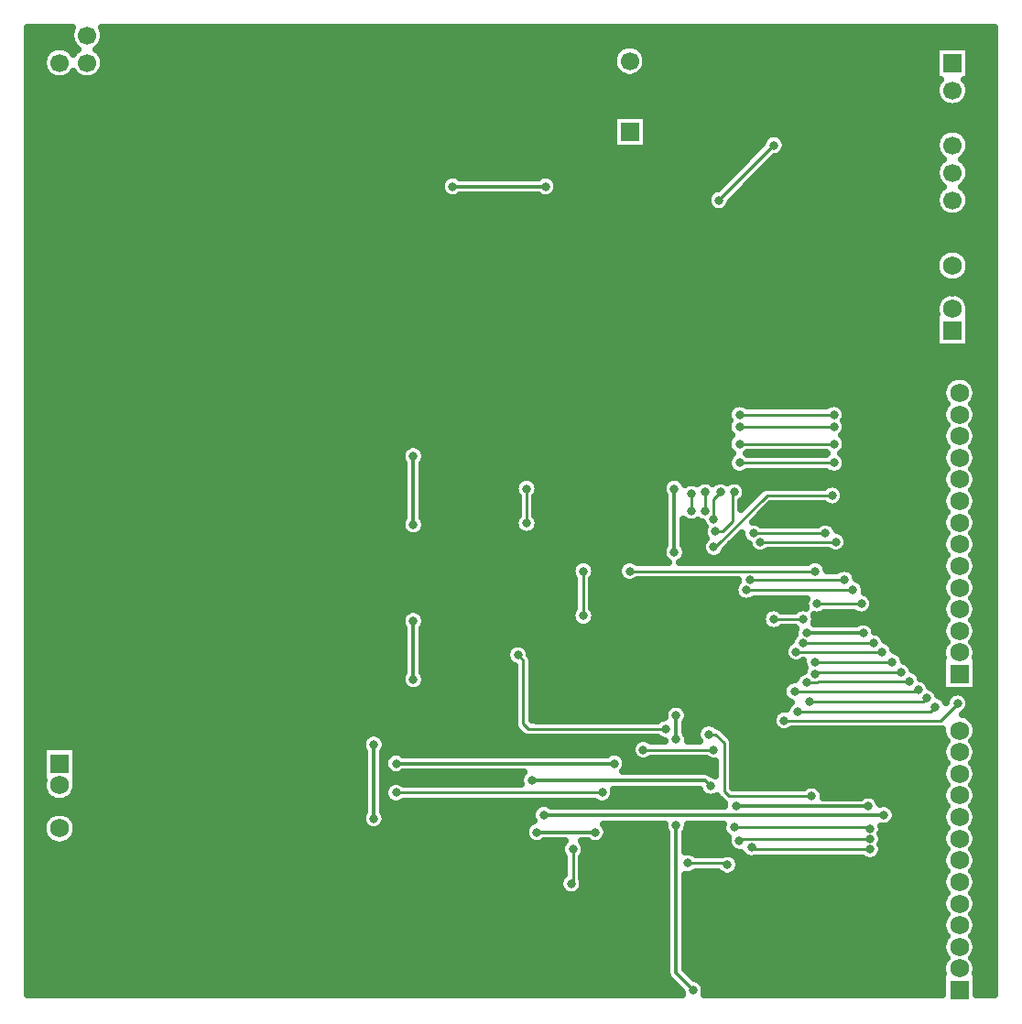
<source format=gbl>
G04 DipTrace 3.0.0.2*
G04 Grupp7layout.GBL*
%MOMM*%
G04 #@! TF.FileFunction,Copper,L2,Bot*
G04 #@! TF.Part,Single*
G04 #@! TA.AperFunction,Conductor*
%ADD10C,0.25*%
%ADD13C,0.33*%
G04 #@! TA.AperFunction,CopperBalancing*
%ADD15C,0.635*%
G04 #@! TA.AperFunction,ComponentPad*
%ADD20R,1.7X1.7*%
%ADD21C,1.7*%
%ADD22R,1.75X1.75*%
%ADD23C,1.75*%
G04 #@! TA.AperFunction,ViaPad*
%ADD33C,0.8*%
%FSLAX35Y35*%
G04*
G71*
G90*
G75*
G01*
G04 Bottom*
%LPD*%
X7429500Y4000500D2*
D10*
X7699373D1*
X5842000Y2397127D2*
X3937000D1*
X7524750Y3063873D2*
X8969377D1*
X9128127Y3222623D1*
X6429377Y2984500D2*
X5159377D1*
X5111750Y3032127D1*
Y3619503D1*
X5064127Y3667127D1*
X5143500Y4889500D2*
Y5207000D1*
X6508750Y4619623D2*
D13*
Y5207000D1*
X6921500Y7874000D2*
X7429500Y8382000D1*
X5953127Y2667000D2*
X3937000D1*
X5238750Y2032000D2*
X5778500D1*
X7651750Y3143250D2*
D10*
X8874123D1*
X8921750Y3190877D1*
X7762873Y3238500D2*
X8810623D1*
X8842373Y3270250D1*
X7620000Y3333750D2*
X8747127D1*
X8763000Y3349623D1*
X7731127Y3413127D2*
Y3429000D1*
Y3413127D2*
X7826377D1*
X7842250Y3429000D1*
X8683623D1*
X7810500Y3492500D2*
Y3508377D1*
X8604250D1*
X7810503Y3603627D2*
X8524873D1*
X7826373Y4143373D2*
X8239123D1*
X6873877Y4667250D2*
X6889750D1*
X7366000Y5143500D1*
X7969250D1*
X6889750Y4810127D2*
X6953253D1*
X7048500Y4905373D1*
Y5159377D1*
X7064373Y5175250D1*
X7112000Y5445127D2*
X7985123D1*
X6873873Y4921250D2*
Y5111750D1*
X6937373Y5175250D1*
X7112000Y5619750D2*
X7985123D1*
X6794500Y5000627D2*
Y5175250D1*
X7112000Y5778500D2*
X7985123D1*
X6667500Y5000627D2*
Y5159373D1*
X7112000Y5889627D2*
X7985123D1*
X5667373Y4032250D2*
Y4445000D1*
X6096000D2*
X7810500D1*
X7635873Y3698873D2*
X8429623D1*
X7699373Y3778250D2*
X8350250D1*
X7731123Y3873500D2*
D13*
X8255000D1*
X5191127Y2508250D2*
X6794503D1*
X6842127Y2460627D1*
X7079507Y2269887D2*
X8302623D1*
X5302250Y2190750D2*
X8445500D1*
X7063633Y2079407D2*
D10*
X8302843D1*
X8318500Y2063750D1*
X6635750Y1746250D2*
X6985000D1*
X7000873Y1730377D1*
X7111253Y1952420D2*
Y1968500D1*
X8318500D1*
X5572127Y1873250D2*
Y1571627D1*
X5556250Y1555750D1*
X7222367Y1888927D2*
Y1873053D1*
X8318500D1*
X7175497Y4270377D2*
X8159750D1*
X7207250Y4365627D2*
X8080373D1*
X7302500Y4714873D2*
X8001000D1*
X7239000Y4794250D2*
X7905750D1*
X6683377Y571500D2*
D13*
X6524627Y730250D1*
Y2095500D1*
Y2889250D2*
Y3111500D1*
X6826250Y2936873D2*
D10*
X6889753D1*
X6969127Y2857500D1*
Y2412013D1*
X7016013Y2365127D1*
X7777933D1*
X4095750Y3444873D2*
D13*
Y3984627D1*
Y4873623D2*
Y5508623D1*
X4460873Y8001000D2*
X5318127D1*
X6873873Y2794000D2*
D10*
X6222053D1*
X3730233Y2841327D2*
D13*
Y2158773D1*
D33*
X7429500Y4000500D3*
X7699373D3*
X5842000Y2397127D3*
X3937000D3*
X7524750Y3063873D3*
X9128127Y3222623D3*
X6429377Y2984500D3*
X5064127Y3667127D3*
X5143500Y4889500D3*
Y5207000D3*
X6508750Y4619623D3*
Y5207000D3*
X6921500Y7874000D3*
X7429500Y8382000D3*
X5953127Y2667000D3*
X3937000D3*
X5238750Y2032000D3*
X5778500D3*
X7651750Y3143250D3*
X8921750Y3190877D3*
X7762873Y3238500D3*
X8842373Y3270250D3*
X7620000Y3333750D3*
X8763000Y3349623D3*
X7731127Y3413127D3*
X8683623Y3429000D3*
X7731127Y3413127D3*
X7810500Y3492500D3*
X8604250Y3508377D3*
X7810503Y3603627D3*
X8524873D3*
X7826373Y4143373D3*
X8239123D3*
X6873877Y4667250D3*
X7969250Y5143500D3*
X6889750Y4810127D3*
X7064373Y5175250D3*
X7112000Y5445127D3*
X7985123D3*
X6873873Y4921250D3*
X6937373Y5175250D3*
X7112000Y5619750D3*
X7985123D3*
X6794500Y5000627D3*
Y5175250D3*
X7112000Y5778500D3*
X7985123D3*
X6667500Y5000627D3*
Y5159373D3*
X7112000Y5889627D3*
X7985123D3*
X5667373Y4032250D3*
Y4445000D3*
X6096000D3*
X7810500D3*
X7635873Y3698873D3*
X8429623D3*
X7699373Y3778250D3*
X8350250D3*
X7731123Y3873500D3*
X8255000D3*
X5191127Y2508250D3*
X6842127Y2460627D3*
X7079507Y2269887D3*
X8302623D3*
X5302250Y2190750D3*
X8445500D3*
X7063633Y2079407D3*
X8318500Y2063750D3*
X6635750Y1746250D3*
X7000873Y1730377D3*
X7111253Y1952420D3*
X8318500Y1968500D3*
X5572127Y1873250D3*
X5556250Y1555750D3*
X7222367Y1888927D3*
X8318500Y1873053D3*
X7175497Y4270377D3*
X8159750D3*
X7207250Y4365627D3*
X8080373D3*
X7302500Y4714873D3*
X8001000D3*
X7239000Y4794250D3*
X7905750D3*
X6683377Y571500D3*
X6524627Y2095500D3*
Y2889250D3*
Y3111500D3*
X6826250Y2936873D3*
X7777933Y2365127D3*
X4095750Y3444873D3*
Y3984627D3*
Y4873623D3*
Y5508623D3*
X4460873Y8001000D3*
X5318127D3*
X6873873Y2794000D3*
X6222053D3*
X3730233Y2841327D3*
Y2158773D3*
D3*
X6222053Y2794000D3*
X1587500Y9223373D3*
X2365377Y8461373D3*
X3175000Y8016873D3*
X3794127Y8270873D3*
X6096000Y7524750D3*
X7366000Y8842373D3*
X8175627Y7016750D3*
X6397627Y4619627D3*
X1111250Y8255000D3*
X7032627Y4699000D3*
X7493000Y4127500D3*
X6873873Y3063873D3*
X7603327Y2539733D3*
X6064250Y3175000D3*
X5730873Y3571873D3*
X5127627Y4191000D3*
X4968873Y1555750D3*
X3571873Y2000250D3*
X7412847Y1761940D3*
X538100Y9405083D2*
D15*
X920973D1*
X1238026D2*
X9461847D1*
X538100Y9341917D2*
X931515D1*
X1227484D2*
X9461847D1*
X538100Y9278750D2*
X748208D1*
X902791D2*
X978396D1*
X1180603D2*
X5995516D1*
X6196483D2*
X8921849D1*
X9239150D2*
X9461847D1*
X538100Y9215583D2*
X684708D1*
X1220291D2*
X5948263D1*
X6243736D2*
X8921849D1*
X9239150D2*
X9461847D1*
X538100Y9152417D2*
X667097D1*
X1237902D2*
X5937473D1*
X6254526D2*
X8921849D1*
X9239150D2*
X9461847D1*
X538100Y9089250D2*
X677019D1*
X1227980D2*
X5954216D1*
X6237783D2*
X8921849D1*
X9239150D2*
X9461847D1*
X538100Y9026083D2*
X722783D1*
X928216D2*
X976783D1*
X1182216D2*
X6015359D1*
X6176640D2*
X8921849D1*
X9239150D2*
X9461847D1*
X538100Y8962917D2*
X8940452D1*
X9220547D2*
X9461847D1*
X538100Y8899750D2*
X8922221D1*
X9238778D2*
X9461847D1*
X538100Y8836583D2*
X8931523D1*
X9229476D2*
X9461847D1*
X538100Y8773417D2*
X8976171D1*
X9184828D2*
X9461847D1*
X538100Y8710250D2*
X9461847D1*
X538100Y8647083D2*
X5937349D1*
X6254650D2*
X9461847D1*
X538100Y8583917D2*
X5937349D1*
X6254650D2*
X9461847D1*
X538100Y8520750D2*
X5937349D1*
X6254650D2*
X9011394D1*
X9149605D2*
X9461847D1*
X538100Y8457583D2*
X5937349D1*
X6254650D2*
X7346999D1*
X7512000D2*
X8941941D1*
X9219058D2*
X9461847D1*
X538100Y8394417D2*
X5937349D1*
X6254650D2*
X7316613D1*
X7542386D2*
X8922345D1*
X9238654D2*
X9461847D1*
X538100Y8331250D2*
X7253982D1*
X7530355D2*
X8930530D1*
X9230469D2*
X9461847D1*
X538100Y8268083D2*
X7190730D1*
X7440438D2*
X8973070D1*
X9187929D2*
X9461847D1*
X538100Y8204917D2*
X7127602D1*
X7377186D2*
X8942685D1*
X9218314D2*
X9461847D1*
X538100Y8141750D2*
X7064474D1*
X7314058D2*
X8922469D1*
X9238530D2*
X9461847D1*
X538100Y8078583D2*
X4380358D1*
X5398641D2*
X7001222D1*
X7250931D2*
X8930158D1*
X9230841D2*
X9461847D1*
X538100Y8015417D2*
X4348236D1*
X5430763D2*
X6938094D1*
X7187679D2*
X8971582D1*
X9189417D2*
X9461847D1*
X538100Y7952250D2*
X4358902D1*
X5420097D2*
X6841728D1*
X7124551D2*
X8943553D1*
X9217446D2*
X9461847D1*
X538100Y7889083D2*
X6808985D1*
X7061423D2*
X8922593D1*
X9238406D2*
X9461847D1*
X538100Y7825917D2*
X6819279D1*
X7023720D2*
X8929662D1*
X9231337D2*
X9461847D1*
X538100Y7762750D2*
X8970094D1*
X9190905D2*
X9461847D1*
X538100Y7699583D2*
X9461847D1*
X538100Y7636417D2*
X9461847D1*
X538100Y7573250D2*
X9461847D1*
X538100Y7510083D2*
X9461847D1*
X538100Y7446917D2*
X9461847D1*
X538100Y7383750D2*
X8971954D1*
X9189045D2*
X9461847D1*
X538100Y7320583D2*
X8928794D1*
X9232205D2*
X9461847D1*
X538100Y7257417D2*
X8919740D1*
X9241259D2*
X9461847D1*
X538100Y7194250D2*
X8937848D1*
X9223151D2*
X9461847D1*
X538100Y7131083D2*
X9000976D1*
X9160023D2*
X9461847D1*
X538100Y7067917D2*
X9461847D1*
X538100Y7004750D2*
X9002588D1*
X9158411D2*
X9461847D1*
X538100Y6941583D2*
X8938220D1*
X9222779D2*
X9461847D1*
X538100Y6878417D2*
X8919740D1*
X9241259D2*
X9461847D1*
X538100Y6815250D2*
X8919368D1*
X9241631D2*
X9461847D1*
X538100Y6752083D2*
X8919368D1*
X9241631D2*
X9461847D1*
X538100Y6688917D2*
X8919368D1*
X9241631D2*
X9461847D1*
X538100Y6625750D2*
X8919368D1*
X9241631D2*
X9461847D1*
X538100Y6562583D2*
X8919368D1*
X9241631D2*
X9461847D1*
X538100Y6499417D2*
X9461847D1*
X538100Y6436250D2*
X9461847D1*
X538100Y6373083D2*
X9461847D1*
X538100Y6309917D2*
X9461847D1*
X538100Y6246750D2*
X9124751D1*
X9163291D2*
X9461847D1*
X538100Y6183583D2*
X9012510D1*
X9275489D2*
X9461847D1*
X538100Y6120417D2*
X8985349D1*
X9302650D2*
X9461847D1*
X538100Y6057250D2*
X8986961D1*
X9301038D2*
X9461847D1*
X538100Y5994083D2*
X7081217D1*
X7142782D2*
X7954342D1*
X8015907D2*
X9018215D1*
X9269784D2*
X9461847D1*
X538100Y5930917D2*
X7006679D1*
X8090445D2*
X8987705D1*
X9300294D2*
X9461847D1*
X538100Y5867750D2*
X7000602D1*
X8096522D2*
X8984853D1*
X9303146D2*
X9461847D1*
X538100Y5804583D2*
X7001594D1*
X8095530D2*
X9010277D1*
X9277722D2*
X9461847D1*
X538100Y5741417D2*
X7004942D1*
X8092182D2*
X8990806D1*
X9297193D2*
X9461847D1*
X538100Y5678250D2*
X7015733D1*
X8081392D2*
X8983488D1*
X9304511D2*
X9461847D1*
X538100Y5615083D2*
X4076129D1*
X4115366D2*
X6998493D1*
X8098631D2*
X9003580D1*
X9284419D2*
X9461847D1*
X538100Y5551917D2*
X3991173D1*
X4200326D2*
X7022554D1*
X8074570D2*
X8994775D1*
X9293225D2*
X9461847D1*
X538100Y5488750D2*
X3983980D1*
X4207519D2*
X7007671D1*
X8089453D2*
X8982868D1*
X9305131D2*
X9461847D1*
X538100Y5425583D2*
X4005684D1*
X4185815D2*
X7000106D1*
X8097018D2*
X8998123D1*
X9289876D2*
X9461847D1*
X538100Y5362417D2*
X4005684D1*
X4185815D2*
X7037313D1*
X7186686D2*
X7910438D1*
X8059811D2*
X8999611D1*
X9288388D2*
X9461847D1*
X538100Y5299250D2*
X4005684D1*
X4185815D2*
X5082331D1*
X5204668D2*
X6447581D1*
X6569918D2*
X8982992D1*
X9305007D2*
X9461847D1*
X538100Y5236083D2*
X4005684D1*
X4185815D2*
X5033838D1*
X5253161D2*
X6399088D1*
X7159153D2*
X7908701D1*
X8029798D2*
X8993534D1*
X9294465D2*
X9461847D1*
X538100Y5172917D2*
X4005684D1*
X4185815D2*
X5035450D1*
X5251549D2*
X6400700D1*
X7178005D2*
X7276306D1*
X8078787D2*
X9005441D1*
X9282558D2*
X9461847D1*
X538100Y5109750D2*
X4005684D1*
X4185815D2*
X5057402D1*
X5229597D2*
X6418684D1*
X7155681D2*
X7213054D1*
X8077423D2*
X8983860D1*
X9304139D2*
X9461847D1*
X538100Y5046583D2*
X4005684D1*
X4185815D2*
X5057402D1*
X5229597D2*
X6418684D1*
X7388225D2*
X7916887D1*
X8021612D2*
X8989814D1*
X9298185D2*
X9461847D1*
X538100Y4983417D2*
X4005684D1*
X4185815D2*
X5057402D1*
X5229597D2*
X6418684D1*
X7325097D2*
X9012386D1*
X9275613D2*
X9461847D1*
X538100Y4920250D2*
X3992785D1*
X4198714D2*
X5034334D1*
X5252665D2*
X6418684D1*
X7261845D2*
X8985349D1*
X9302650D2*
X9461847D1*
X538100Y4857083D2*
X3983359D1*
X4208140D2*
X5034830D1*
X5252169D2*
X6418684D1*
X6598815D2*
X6781576D1*
X7999040D2*
X8986961D1*
X9301038D2*
X9461847D1*
X538100Y4793917D2*
X4017590D1*
X4173909D2*
X5088408D1*
X5198591D2*
X6418684D1*
X6598815D2*
X6777359D1*
X8079903D2*
X9018339D1*
X9269660D2*
X9461847D1*
X538100Y4730750D2*
X6418684D1*
X6598815D2*
X6781080D1*
X7072337D2*
X7146205D1*
X8113514D2*
X8987705D1*
X9300294D2*
X9461847D1*
X538100Y4667583D2*
X6406405D1*
X6611094D2*
X6760244D1*
X7009209D2*
X7199783D1*
X8103716D2*
X8984853D1*
X9303146D2*
X9461847D1*
X538100Y4604417D2*
X6396235D1*
X6621264D2*
X6780584D1*
X6967165D2*
X9010401D1*
X9277598D2*
X9461847D1*
X538100Y4541250D2*
X5613648D1*
X5721101D2*
X6042273D1*
X6149726D2*
X6429102D1*
X6588397D2*
X7756773D1*
X7864226D2*
X8990682D1*
X9297317D2*
X9461847D1*
X538100Y4478083D2*
X5558953D1*
X5775796D2*
X5987578D1*
X7918921D2*
X8983488D1*
X9304511D2*
X9461847D1*
X538100Y4414917D2*
X5558085D1*
X5776664D2*
X5986710D1*
X8181975D2*
X9003704D1*
X9284295D2*
X9461847D1*
X538100Y4351750D2*
X5581277D1*
X5753472D2*
X6036567D1*
X6155432D2*
X7094487D1*
X8236049D2*
X8994650D1*
X9293349D2*
X9461847D1*
X538100Y4288583D2*
X5581277D1*
X5753472D2*
X7063358D1*
X8271892D2*
X8982868D1*
X9305131D2*
X9461847D1*
X538100Y4225417D2*
X5581277D1*
X5753472D2*
X7071791D1*
X8314556D2*
X8998123D1*
X9289876D2*
X9461847D1*
X538100Y4162250D2*
X5581277D1*
X5753472D2*
X7714357D1*
X8351142D2*
X8999487D1*
X9288512D2*
X9461847D1*
X538100Y4099083D2*
X5577061D1*
X5757688D2*
X7380858D1*
X7478142D2*
X7650733D1*
X8343205D2*
X8982992D1*
X9305007D2*
X9461847D1*
X538100Y4035917D2*
X3995142D1*
X4196357D2*
X5553744D1*
X5781005D2*
X7321822D1*
X7807052D2*
X8993534D1*
X9294465D2*
X9461847D1*
X538100Y3972750D2*
X3982739D1*
X4208760D2*
X5571728D1*
X5763021D2*
X7319466D1*
X7809408D2*
X8207846D1*
X8302153D2*
X9005317D1*
X9282683D2*
X9461847D1*
X538100Y3909583D2*
X4005684D1*
X4185815D2*
X7366223D1*
X7492776D2*
X7623695D1*
X8362429D2*
X8983860D1*
X9304139D2*
X9461847D1*
X538100Y3846417D2*
X4005684D1*
X4185815D2*
X7610177D1*
X8439447D2*
X8989938D1*
X9298061D2*
X9461847D1*
X538100Y3783250D2*
X4005684D1*
X4185815D2*
X7563296D1*
X8502203D2*
X9012262D1*
X9275737D2*
X9461847D1*
X538100Y3720083D2*
X4005684D1*
X4185815D2*
X4964509D1*
X5163740D2*
X7524353D1*
X8541146D2*
X8985349D1*
X9302650D2*
X9461847D1*
X538100Y3656917D2*
X4005684D1*
X4185815D2*
X4950990D1*
X5188545D2*
X7530802D1*
X8624366D2*
X8986961D1*
X9301038D2*
X9461847D1*
X538100Y3593750D2*
X4005684D1*
X4185815D2*
X4979516D1*
X5197847D2*
X7608068D1*
X7663597D2*
X7697287D1*
X8675588D2*
X8982868D1*
X9305131D2*
X9461847D1*
X538100Y3530583D2*
X4005684D1*
X4185815D2*
X5025652D1*
X5197847D2*
X7703815D1*
X8724453D2*
X8982868D1*
X9305131D2*
X9461847D1*
X538100Y3467417D2*
X3984476D1*
X4207023D2*
X5025652D1*
X5197847D2*
X7632253D1*
X8790185D2*
X8982868D1*
X9305131D2*
X9461847D1*
X538100Y3404250D2*
X3990057D1*
X4201442D2*
X5025652D1*
X5197847D2*
X7532786D1*
X8861747D2*
X8982868D1*
X9305131D2*
X9461847D1*
X538100Y3341083D2*
X4062238D1*
X4129261D2*
X5025652D1*
X5197847D2*
X7506617D1*
X8929340D2*
X8982868D1*
X9305131D2*
X9461847D1*
X538100Y3277917D2*
X5025652D1*
X5197847D2*
X7521996D1*
X8990855D2*
X9029896D1*
X9226376D2*
X9461847D1*
X538100Y3214750D2*
X5025652D1*
X5197847D2*
X6489129D1*
X6560120D2*
X7565404D1*
X9241507D2*
X9461847D1*
X538100Y3151583D2*
X5025652D1*
X5197847D2*
X6418808D1*
X6630441D2*
X7456636D1*
X9214842D2*
X9461847D1*
X538100Y3088417D2*
X5025652D1*
X5197847D2*
X6396359D1*
X6635774D2*
X7413972D1*
X9251801D2*
X9461847D1*
X538100Y3025250D2*
X5025900D1*
X6614690D2*
X6759128D1*
X6893371D2*
X7418313D1*
X9295457D2*
X9461847D1*
X538100Y2962083D2*
X5062611D1*
X6614690D2*
X6715596D1*
X6983660D2*
X7484541D1*
X7564958D2*
X8983116D1*
X9304883D2*
X9461847D1*
X538100Y2898917D2*
X3633365D1*
X3827140D2*
X6193209D1*
X6250796D2*
X6358284D1*
X6637883D2*
X6719565D1*
X7043687D2*
X9000976D1*
X9287023D2*
X9461847D1*
X538100Y2835750D2*
X3616746D1*
X3843759D2*
X6116811D1*
X7055222D2*
X8996883D1*
X9291116D2*
X9461847D1*
X538100Y2772583D2*
X664368D1*
X986631D2*
X3640187D1*
X3820318D2*
X3911550D1*
X3962330D2*
X5927675D1*
X5978569D2*
X6110609D1*
X7055222D2*
X8982868D1*
X9305131D2*
X9461847D1*
X538100Y2709417D2*
X664368D1*
X986631D2*
X3640187D1*
X6058073D2*
X6149677D1*
X6294462D2*
X6801544D1*
X7055222D2*
X8995891D1*
X9292108D2*
X9461847D1*
X538100Y2646250D2*
X664368D1*
X986631D2*
X3640187D1*
X6064770D2*
X6883027D1*
X7055222D2*
X9002092D1*
X9285907D2*
X9461847D1*
X538100Y2583083D2*
X664368D1*
X986631D2*
X3640187D1*
X3820318D2*
X3863801D1*
X4010198D2*
X5107880D1*
X6838429D2*
X6883027D1*
X7055222D2*
X8983240D1*
X9304759D2*
X9461847D1*
X538100Y2519917D2*
X664368D1*
X986631D2*
X3640187D1*
X3820318D2*
X5078114D1*
X7055222D2*
X8991674D1*
X9296325D2*
X9461847D1*
X538100Y2456750D2*
X664740D1*
X986259D2*
X3640187D1*
X3820318D2*
X3841537D1*
X7055222D2*
X7715721D1*
X7840166D2*
X9008417D1*
X9279582D2*
X9461847D1*
X538100Y2393583D2*
X682848D1*
X968151D2*
X3640187D1*
X5955630D2*
X6752059D1*
X7887791D2*
X8984481D1*
X9303518D2*
X9461847D1*
X538100Y2330417D2*
X746348D1*
X904651D2*
X3640187D1*
X3820318D2*
X3846569D1*
X5932437D2*
X6931521D1*
X8397527D2*
X8988449D1*
X9299550D2*
X9461847D1*
X538100Y2267250D2*
X3640187D1*
X3820318D2*
X5220617D1*
X8527132D2*
X9015983D1*
X9272017D2*
X9461847D1*
X538100Y2204083D2*
X747216D1*
X903783D2*
X3626668D1*
X3833837D2*
X5189487D1*
X8558262D2*
X8986341D1*
X9301658D2*
X9461847D1*
X538100Y2140917D2*
X683096D1*
X967903D2*
X3618110D1*
X3842394D2*
X5200898D1*
X8546851D2*
X8985969D1*
X9302030D2*
X9461847D1*
X538100Y2077750D2*
X664740D1*
X986259D2*
X3653581D1*
X3806924D2*
X5135413D1*
X5881836D2*
X6412483D1*
X6636767D2*
X6950000D1*
X8431262D2*
X9014494D1*
X9273505D2*
X9461847D1*
X538100Y2014583D2*
X673546D1*
X977453D2*
X5126483D1*
X5890766D2*
X6434559D1*
X6614690D2*
X6971828D1*
X8421712D2*
X8988945D1*
X9299054D2*
X9461847D1*
X538100Y1951417D2*
X716210D1*
X934789D2*
X5161582D1*
X5855667D2*
X6434559D1*
X6614690D2*
X6997625D1*
X8430766D2*
X8984108D1*
X9303891D2*
X9461847D1*
X538100Y1888250D2*
X5459486D1*
X5684763D2*
X6434559D1*
X6614690D2*
X7018957D1*
X8431014D2*
X9007177D1*
X9280822D2*
X9461847D1*
X538100Y1825083D2*
X5469904D1*
X5674345D2*
X6434559D1*
X7057578D2*
X7129834D1*
X8420844D2*
X8992418D1*
X9295581D2*
X9461847D1*
X538100Y1761917D2*
X5486027D1*
X5658222D2*
X6434559D1*
X7109792D2*
X8983116D1*
X9304883D2*
X9461847D1*
X538100Y1698750D2*
X5486027D1*
X5658222D2*
X6434559D1*
X7109792D2*
X9000976D1*
X9287023D2*
X9461847D1*
X538100Y1635583D2*
X5478214D1*
X5658222D2*
X6434559D1*
X6614690D2*
X6944295D1*
X7057454D2*
X8996759D1*
X9291240D2*
X9461847D1*
X538100Y1572417D2*
X5443859D1*
X5668640D2*
X6434559D1*
X6614690D2*
X8982868D1*
X9305131D2*
X9461847D1*
X538100Y1509250D2*
X5453161D1*
X5659338D2*
X6434559D1*
X6614690D2*
X8995891D1*
X9292108D2*
X9461847D1*
X538100Y1446083D2*
X6434559D1*
X6614690D2*
X9001968D1*
X9286031D2*
X9461847D1*
X538100Y1382917D2*
X6434559D1*
X6614690D2*
X8983240D1*
X9304759D2*
X9461847D1*
X538100Y1319750D2*
X6434559D1*
X6614690D2*
X8991798D1*
X9296201D2*
X9461847D1*
X538100Y1256583D2*
X6434559D1*
X6614690D2*
X9008293D1*
X9279706D2*
X9461847D1*
X538100Y1193417D2*
X6434559D1*
X6614690D2*
X8984481D1*
X9303518D2*
X9461847D1*
X538100Y1130250D2*
X6434559D1*
X6614690D2*
X8988449D1*
X9299550D2*
X9461847D1*
X538100Y1067083D2*
X6434559D1*
X6614690D2*
X9015858D1*
X9272141D2*
X9461847D1*
X538100Y1003917D2*
X6434559D1*
X6614690D2*
X8986341D1*
X9301658D2*
X9461847D1*
X538100Y940750D2*
X6434559D1*
X6614690D2*
X8985969D1*
X9302030D2*
X9461847D1*
X538100Y877583D2*
X6434559D1*
X6614690D2*
X9014618D1*
X9273381D2*
X9461847D1*
X538100Y814417D2*
X6434559D1*
X6614690D2*
X8988945D1*
X9299054D2*
X9461847D1*
X538100Y751250D2*
X6434559D1*
X6628457D2*
X8984233D1*
X9303767D2*
X9461847D1*
X538100Y688083D2*
X6445969D1*
X6691585D2*
X8982868D1*
X9305131D2*
X9461847D1*
X538100Y624917D2*
X6505128D1*
X6782742D2*
X8982868D1*
X9305131D2*
X9461847D1*
X538100Y561750D2*
X6568380D1*
X6796633D2*
X8982868D1*
X9305131D2*
X9461847D1*
X8959960Y9296290D2*
X9232790D1*
Y8991710D1*
X9193723D1*
X9203705Y8979514D1*
X9216191Y8959138D1*
X9225336Y8937060D1*
X9230915Y8913823D1*
X9232790Y8890000D1*
X9230915Y8866177D1*
X9225336Y8842940D1*
X9216191Y8820862D1*
X9203705Y8800486D1*
X9188185Y8782315D1*
X9170014Y8766795D1*
X9149638Y8754309D1*
X9127560Y8745164D1*
X9104323Y8739585D1*
X9080500Y8737710D1*
X9056677Y8739585D1*
X9033440Y8745164D1*
X9011362Y8754309D1*
X8990986Y8766795D1*
X8972815Y8782315D1*
X8957295Y8800486D1*
X8944809Y8820862D1*
X8935664Y8842940D1*
X8930085Y8866177D1*
X8928210Y8890000D1*
X8930085Y8913823D1*
X8935664Y8937060D1*
X8944809Y8959138D1*
X8957295Y8979514D1*
X8967266Y8991683D1*
X8928210Y8991710D1*
Y9296290D1*
X8959960D1*
X9232321Y8370051D2*
X9228582Y8346449D1*
X9221198Y8323721D1*
X9210349Y8302429D1*
X9196302Y8283096D1*
X9179404Y8266198D1*
X9164460Y8255084D1*
X9179404Y8243802D1*
X9196302Y8226904D1*
X9210349Y8207571D1*
X9221198Y8186279D1*
X9228582Y8163551D1*
X9232321Y8139949D1*
Y8116051D1*
X9228582Y8092449D1*
X9221198Y8069721D1*
X9210349Y8048429D1*
X9196302Y8029096D1*
X9179404Y8012198D1*
X9164460Y8001084D1*
X9179404Y7989802D1*
X9196302Y7972904D1*
X9210349Y7953571D1*
X9221198Y7932279D1*
X9228582Y7909551D1*
X9232321Y7885949D1*
Y7862051D1*
X9228582Y7838449D1*
X9221198Y7815721D1*
X9210349Y7794429D1*
X9196302Y7775096D1*
X9179404Y7758198D1*
X9160071Y7744151D1*
X9138779Y7733302D1*
X9116051Y7725918D1*
X9092449Y7722179D1*
X9068551D1*
X9044949Y7725918D1*
X9022221Y7733302D1*
X9000929Y7744151D1*
X8981596Y7758198D1*
X8964698Y7775096D1*
X8950651Y7794429D1*
X8939802Y7815721D1*
X8932418Y7838449D1*
X8928679Y7862051D1*
Y7885949D1*
X8932418Y7909551D1*
X8939802Y7932279D1*
X8950651Y7953571D1*
X8964698Y7972904D1*
X8981596Y7989802D1*
X8996540Y8000916D1*
X8981596Y8012198D1*
X8964698Y8029096D1*
X8950651Y8048429D1*
X8939802Y8069721D1*
X8932418Y8092449D1*
X8928679Y8116051D1*
Y8139949D1*
X8932418Y8163551D1*
X8939802Y8186279D1*
X8950651Y8207571D1*
X8964698Y8226904D1*
X8981596Y8243802D1*
X8996540Y8254916D1*
X8981596Y8266198D1*
X8964698Y8283096D1*
X8950651Y8302429D1*
X8939802Y8323721D1*
X8932418Y8346449D1*
X8928679Y8370051D1*
Y8393949D1*
X8932418Y8417551D1*
X8939802Y8440279D1*
X8950651Y8461571D1*
X8964698Y8480904D1*
X8981596Y8497802D1*
X9000929Y8511849D1*
X9022221Y8522698D1*
X9044949Y8530082D1*
X9068551Y8533821D1*
X9092449D1*
X9116051Y8530082D1*
X9138779Y8522698D1*
X9160071Y8511849D1*
X9179404Y8497802D1*
X9196302Y8480904D1*
X9210349Y8461571D1*
X9221198Y8440279D1*
X9228582Y8417551D1*
X9232321Y8393949D1*
Y8370051D1*
X952416Y9060040D2*
X941302Y9045096D1*
X924404Y9028198D1*
X905071Y9014151D1*
X883779Y9003302D1*
X861051Y8995918D1*
X837449Y8992179D1*
X813551D1*
X789949Y8995918D1*
X767221Y9003302D1*
X745929Y9014151D1*
X726596Y9028198D1*
X709698Y9045096D1*
X695651Y9064429D1*
X684802Y9085721D1*
X677418Y9108449D1*
X673679Y9132051D1*
Y9155949D1*
X677418Y9179551D1*
X684802Y9202279D1*
X695651Y9223571D1*
X709698Y9242904D1*
X726596Y9259802D1*
X745929Y9273849D1*
X767221Y9284698D1*
X789949Y9292082D1*
X813551Y9295821D1*
X837449D1*
X861051Y9292082D1*
X883779Y9284698D1*
X905071Y9273849D1*
X924404Y9259802D1*
X941302Y9242904D1*
X952416Y9227960D1*
X963698Y9242904D1*
X980596Y9259802D1*
X995540Y9270916D1*
X980596Y9282198D1*
X963698Y9299096D1*
X949651Y9318429D1*
X938802Y9339721D1*
X931418Y9362449D1*
X927679Y9386051D1*
Y9409949D1*
X931418Y9433551D1*
X938802Y9456279D1*
X944470Y9468320D1*
X531750Y9468250D1*
Y531750D1*
X6583722D1*
X6579051Y546454D1*
X6576831Y559585D1*
X6460912Y675833D1*
X6449969Y692210D1*
X6443152Y710690D1*
X6440836Y730250D1*
X6440870Y731097D1*
X6440836Y2028403D1*
X6429031Y2046791D1*
X6422588Y2062346D1*
X6418658Y2078716D1*
X6417337Y2095500D1*
X6418035Y2107022D1*
X5855271Y2106960D1*
X5865299Y2095063D1*
X5874096Y2080709D1*
X5880539Y2065154D1*
X5884469Y2048784D1*
X5885790Y2032000D1*
X5884469Y2015216D1*
X5880539Y1998846D1*
X5874096Y1983291D1*
X5865299Y1968937D1*
X5854365Y1956135D1*
X5841563Y1945201D1*
X5827209Y1936404D1*
X5811654Y1929961D1*
X5795284Y1926031D1*
X5778500Y1924710D1*
X5761716Y1926031D1*
X5745346Y1929961D1*
X5729791Y1936404D1*
X5711586Y1948236D1*
X5648896Y1948210D1*
X5658926Y1936313D1*
X5667723Y1921959D1*
X5674166Y1906404D1*
X5678096Y1890034D1*
X5679417Y1873250D1*
X5678096Y1856466D1*
X5674166Y1840096D1*
X5667723Y1824541D1*
X5658926Y1810187D1*
X5651901Y1801613D1*
X5651917Y1604243D1*
X5658289Y1588904D1*
X5662219Y1572534D1*
X5663540Y1555750D1*
X5662219Y1538966D1*
X5658289Y1522596D1*
X5651846Y1507041D1*
X5643049Y1492687D1*
X5632115Y1479885D1*
X5619313Y1468951D1*
X5604959Y1460154D1*
X5589404Y1453711D1*
X5573034Y1449781D1*
X5556250Y1448460D1*
X5539466Y1449781D1*
X5523096Y1453711D1*
X5507541Y1460154D1*
X5493187Y1468951D1*
X5480385Y1479885D1*
X5469451Y1492687D1*
X5460654Y1507041D1*
X5454211Y1522596D1*
X5450281Y1538966D1*
X5448960Y1555750D1*
X5450281Y1572534D1*
X5454211Y1588904D1*
X5460654Y1604459D1*
X5469451Y1618813D1*
X5480385Y1631615D1*
X5492385Y1641918D1*
X5492337Y1801442D1*
X5480647Y1817191D1*
X5473004Y1832192D1*
X5467801Y1848204D1*
X5465167Y1864832D1*
Y1881668D1*
X5467801Y1898296D1*
X5473004Y1914308D1*
X5480647Y1929309D1*
X5490543Y1942929D1*
X5495435Y1948221D1*
X5305847Y1948210D1*
X5287459Y1936404D1*
X5271904Y1929961D1*
X5255534Y1926031D1*
X5238750Y1924710D1*
X5221966Y1926031D1*
X5205596Y1929961D1*
X5190041Y1936404D1*
X5175687Y1945201D1*
X5162885Y1956135D1*
X5151951Y1968937D1*
X5143154Y1983291D1*
X5136711Y1998846D1*
X5132781Y2015216D1*
X5131460Y2032000D1*
X5132781Y2048784D1*
X5136711Y2065154D1*
X5143154Y2080709D1*
X5151951Y2095063D1*
X5162885Y2107865D1*
X5175687Y2118799D1*
X5190041Y2127596D1*
X5210378Y2135388D1*
X5203127Y2149692D1*
X5197924Y2165704D1*
X5195291Y2182332D1*
Y2199168D1*
X5197924Y2215796D1*
X5203127Y2231808D1*
X5210770Y2246809D1*
X5220666Y2260429D1*
X5232571Y2272334D1*
X5246191Y2282230D1*
X5261192Y2289873D1*
X5277204Y2295076D1*
X5293832Y2297709D1*
X5310668D1*
X5327296Y2295076D1*
X5343308Y2289873D1*
X5358309Y2282230D1*
X5369164Y2274514D1*
X6972226Y2274540D1*
X6975583Y2296358D1*
X6964194Y2304454D1*
X6908454Y2360194D1*
X6900819Y2370814D1*
X6883185Y2361504D1*
X6867173Y2356301D1*
X6850545Y2353667D1*
X6833709D1*
X6817080Y2356301D1*
X6801069Y2361504D1*
X6786068Y2369147D1*
X6772447Y2379043D1*
X6760543Y2390947D1*
X6750647Y2404568D1*
X6743004Y2419569D1*
X6741193Y2424477D1*
X5945811Y2424460D1*
X5948959Y2405545D1*
Y2388709D1*
X5946326Y2372080D1*
X5941123Y2356069D1*
X5933480Y2341068D1*
X5923584Y2327447D1*
X5911679Y2315543D1*
X5898059Y2305647D1*
X5883058Y2298004D1*
X5867046Y2292801D1*
X5850418Y2290167D1*
X5833582D1*
X5816954Y2292801D1*
X5800942Y2298004D1*
X5785941Y2305647D1*
X5770363Y2317352D1*
X4008810Y2317337D1*
X3993059Y2305647D1*
X3978058Y2298004D1*
X3962046Y2292801D1*
X3945418Y2290167D1*
X3928582D1*
X3911954Y2292801D1*
X3895942Y2298004D1*
X3880941Y2305647D1*
X3867321Y2315543D1*
X3855416Y2327447D1*
X3845520Y2341068D1*
X3837877Y2356069D1*
X3832674Y2372080D1*
X3830041Y2388709D1*
Y2405545D1*
X3832674Y2422173D1*
X3837877Y2438185D1*
X3845520Y2453186D1*
X3855416Y2466806D1*
X3867321Y2478711D1*
X3880941Y2488606D1*
X3895942Y2496250D1*
X3911954Y2501452D1*
X3928582Y2504086D1*
X3945418D1*
X3962046Y2501452D1*
X3978058Y2496250D1*
X3993059Y2488606D1*
X4008637Y2476901D1*
X5088558Y2476917D1*
X5085158Y2491466D1*
X5083837Y2508250D1*
X5085158Y2525034D1*
X5089088Y2541404D1*
X5095531Y2556959D1*
X5104327Y2571313D1*
X5114435Y2583221D1*
X4004098Y2583210D1*
X3985709Y2571404D1*
X3970154Y2564961D1*
X3953784Y2561031D1*
X3937000Y2559710D1*
X3920216Y2561031D1*
X3903846Y2564961D1*
X3888291Y2571404D1*
X3873937Y2580201D1*
X3861135Y2591135D1*
X3850201Y2603937D1*
X3841404Y2618291D1*
X3834961Y2633846D1*
X3831031Y2650216D1*
X3829710Y2667000D1*
X3831031Y2683784D1*
X3834961Y2700154D1*
X3841404Y2715709D1*
X3850201Y2730063D1*
X3861135Y2742865D1*
X3873937Y2753799D1*
X3888291Y2762596D1*
X3903846Y2769039D1*
X3920216Y2772969D1*
X3937000Y2774290D1*
X3953784Y2772969D1*
X3970154Y2769039D1*
X3985709Y2762596D1*
X4003914Y2750764D1*
X5886028Y2750790D1*
X5904418Y2762596D1*
X5919972Y2769039D1*
X5936343Y2772969D1*
X5953127Y2774290D1*
X5969911Y2772969D1*
X5986281Y2769039D1*
X6001835Y2762596D1*
X6016190Y2753799D1*
X6028992Y2742865D1*
X6039926Y2730063D1*
X6048723Y2715709D1*
X6055166Y2700154D1*
X6059096Y2683784D1*
X6060417Y2667000D1*
X6059096Y2650216D1*
X6055166Y2633846D1*
X6048723Y2618291D1*
X6039926Y2603937D1*
X6029819Y2592029D1*
X6801077Y2591782D1*
X6820396Y2587939D1*
X6838284Y2579693D1*
X6853752Y2567499D1*
X6867173Y2564952D1*
X6883185Y2559750D1*
X6889371Y2556898D1*
X6889336Y2687717D1*
X6865455Y2687041D1*
X6848827Y2689674D1*
X6832815Y2694877D1*
X6817814Y2702520D1*
X6802237Y2714225D1*
X6293816Y2714210D1*
X6278112Y2702520D1*
X6263111Y2694877D1*
X6247100Y2689674D1*
X6230471Y2687041D1*
X6213635D1*
X6197007Y2689674D1*
X6180995Y2694877D1*
X6165994Y2702520D1*
X6152374Y2712416D1*
X6140469Y2724321D1*
X6130574Y2737941D1*
X6122930Y2752942D1*
X6117728Y2768954D1*
X6115094Y2785582D1*
Y2802418D1*
X6117728Y2819046D1*
X6122930Y2835058D1*
X6130574Y2850059D1*
X6140469Y2863679D1*
X6152374Y2875584D1*
X6165994Y2885480D1*
X6180995Y2893123D1*
X6197007Y2898326D1*
X6213635Y2900959D1*
X6230471D1*
X6247100Y2898326D1*
X6263111Y2893123D1*
X6278112Y2885480D1*
X6293690Y2873775D1*
X6418382Y2873790D1*
X6412593Y2878531D1*
X6396222Y2882461D1*
X6380668Y2888904D1*
X6366313Y2897701D1*
X6357740Y2904725D1*
X5153116Y2904956D1*
X5134720Y2908615D1*
X5117686Y2916468D1*
X5102956Y2928080D1*
X5102375Y2928709D1*
X5051077Y2980307D1*
X5040656Y2995903D1*
X5034164Y3013500D1*
X5031960Y3032127D1*
X5031993Y3032983D1*
X5031960Y3564807D1*
X5015418Y3571531D1*
X5001063Y3580327D1*
X4988261Y3591261D1*
X4977327Y3604063D1*
X4968531Y3618418D1*
X4962088Y3633972D1*
X4958158Y3650343D1*
X4956837Y3667127D1*
X4958158Y3683911D1*
X4962088Y3700281D1*
X4968531Y3715835D1*
X4977327Y3730190D1*
X4988261Y3742992D1*
X5001063Y3753926D1*
X5015418Y3762723D1*
X5030972Y3769166D1*
X5047343Y3773096D1*
X5064127Y3774417D1*
X5080911Y3773096D1*
X5097281Y3769166D1*
X5112835Y3762723D1*
X5127190Y3753926D1*
X5139992Y3742992D1*
X5150926Y3730190D1*
X5159723Y3715835D1*
X5166166Y3700281D1*
X5170096Y3683911D1*
X5171198Y3672684D1*
X5179782Y3661194D1*
X5187635Y3644160D1*
X5191294Y3625764D1*
X5191540Y3065243D1*
X5254627Y3064290D1*
X6357567D1*
X6373318Y3075980D1*
X6388319Y3083623D1*
X6404330Y3088826D1*
X6419292Y3091262D1*
X6417337Y3111500D1*
X6418658Y3128284D1*
X6422588Y3144654D1*
X6429031Y3160209D1*
X6437827Y3174563D1*
X6448761Y3187365D1*
X6461563Y3198299D1*
X6475918Y3207096D1*
X6491472Y3213539D1*
X6507843Y3217469D1*
X6524627Y3218790D1*
X6541411Y3217469D1*
X6557781Y3213539D1*
X6573335Y3207096D1*
X6587690Y3198299D1*
X6600492Y3187365D1*
X6611426Y3174563D1*
X6620223Y3160209D1*
X6626666Y3144654D1*
X6630596Y3128284D1*
X6631917Y3111500D1*
X6630596Y3094716D1*
X6626666Y3078346D1*
X6620223Y3062791D1*
X6608391Y3044586D1*
X6608417Y2956347D1*
X6620223Y2937959D1*
X6626666Y2922404D1*
X6630596Y2906034D1*
X6631917Y2889250D1*
X6630747Y2873741D1*
X6739451Y2873810D1*
X6730654Y2888165D1*
X6724211Y2903719D1*
X6720281Y2920089D1*
X6718960Y2936873D1*
X6720281Y2953657D1*
X6724211Y2970028D1*
X6730654Y2985582D1*
X6739451Y2999937D1*
X6750385Y3012739D1*
X6763187Y3023673D1*
X6777541Y3032469D1*
X6793096Y3038912D1*
X6809466Y3042842D1*
X6826250Y3044163D1*
X6843034Y3042842D1*
X6859404Y3038912D1*
X6874959Y3032469D1*
X6889313Y3023673D1*
X6898418Y3016156D1*
X6914410Y3012758D1*
X6931444Y3004906D1*
X6946174Y2993294D1*
X6946755Y2992665D1*
X7029800Y2909320D1*
X7040220Y2893724D1*
X7046712Y2876127D1*
X7048917Y2857500D1*
X7048883Y2856644D1*
X7048917Y2445122D1*
X7706204Y2444917D1*
X7721874Y2456606D1*
X7736875Y2464250D1*
X7752887Y2469452D1*
X7769515Y2472086D1*
X7786351D1*
X7802980Y2469452D1*
X7818991Y2464250D1*
X7833992Y2456606D1*
X7847613Y2446711D1*
X7859517Y2434806D1*
X7869413Y2421186D1*
X7877056Y2406185D1*
X7882259Y2390173D1*
X7884893Y2373545D1*
X7884533Y2353670D1*
X8235529Y2353677D1*
X8253915Y2365483D1*
X8269469Y2371926D1*
X8285839Y2375856D1*
X8302623Y2377177D1*
X8319407Y2375856D1*
X8335778Y2371926D1*
X8351332Y2365483D1*
X8365687Y2356686D1*
X8378489Y2345752D1*
X8389423Y2332950D1*
X8398219Y2318595D1*
X8404662Y2303041D1*
X8407700Y2291157D1*
X8428716Y2296719D1*
X8445500Y2298040D1*
X8462284Y2296719D1*
X8478654Y2292789D1*
X8494209Y2286346D1*
X8508563Y2277549D1*
X8521365Y2266615D1*
X8532299Y2253813D1*
X8541096Y2239459D1*
X8547539Y2223904D1*
X8551469Y2207534D1*
X8552790Y2190750D1*
X8551469Y2173966D1*
X8547539Y2157596D1*
X8541096Y2142041D1*
X8532299Y2127687D1*
X8521365Y2114885D1*
X8508563Y2103951D1*
X8494209Y2095154D1*
X8478654Y2088711D1*
X8462284Y2084781D1*
X8445500Y2083460D1*
X8428716Y2084781D1*
X8423520Y2085815D1*
X8425790Y2063750D1*
X8424469Y2046966D1*
X8420539Y2030596D1*
X8414606Y2016147D1*
X8420539Y2001654D1*
X8424469Y1985284D1*
X8425790Y1968500D1*
X8424469Y1951716D1*
X8420539Y1935346D1*
X8414578Y1920837D1*
X8420539Y1906208D1*
X8424469Y1889837D1*
X8425790Y1873053D1*
X8424469Y1856269D1*
X8420539Y1839899D1*
X8414096Y1824345D1*
X8405299Y1809990D1*
X8394365Y1797188D1*
X8381563Y1786254D1*
X8367209Y1777457D1*
X8351654Y1771014D1*
X8335284Y1767084D1*
X8318500Y1765763D1*
X8301716Y1767084D1*
X8285346Y1771014D1*
X8269791Y1777457D1*
X8255437Y1786254D1*
X8246863Y1793279D1*
X7270874Y1793263D1*
X7255521Y1786888D1*
X7239151Y1782958D1*
X7222367Y1781637D1*
X7205583Y1782958D1*
X7189212Y1786888D1*
X7173658Y1793331D1*
X7159303Y1802127D1*
X7146501Y1813061D1*
X7135567Y1825863D1*
X7126771Y1840218D1*
X7124139Y1845926D1*
X7102835Y1845461D1*
X7086207Y1848094D1*
X7070195Y1853297D1*
X7055194Y1860940D1*
X7041574Y1870836D1*
X7029669Y1882741D1*
X7019774Y1896361D1*
X7012130Y1911362D1*
X7006928Y1927374D1*
X7004294Y1944002D1*
Y1960838D1*
X7006928Y1977466D1*
X7009636Y1986717D1*
X6993954Y1997823D1*
X6982049Y2009727D1*
X6972154Y2023348D1*
X6964510Y2038349D1*
X6959308Y2054360D1*
X6956674Y2070989D1*
Y2087825D1*
X6960031Y2107018D1*
X6631409Y2106960D1*
X6631586Y2087082D1*
X6628952Y2070454D1*
X6623750Y2054442D1*
X6616106Y2039441D1*
X6608391Y2028586D1*
X6608417Y1850058D1*
X6627332Y1853209D1*
X6644168D1*
X6660796Y1850576D1*
X6676808Y1845373D1*
X6691809Y1837730D1*
X6707387Y1826025D1*
X6952382Y1826040D1*
X6967719Y1832416D1*
X6984089Y1836346D1*
X7000873Y1837667D1*
X7017657Y1836346D1*
X7034028Y1832416D1*
X7049582Y1825973D1*
X7063937Y1817176D1*
X7076739Y1806242D1*
X7087673Y1793440D1*
X7096469Y1779085D1*
X7102912Y1763531D1*
X7106842Y1747161D1*
X7108163Y1730377D1*
X7106842Y1713593D1*
X7102912Y1697222D1*
X7096469Y1681668D1*
X7087673Y1667313D1*
X7076739Y1654511D1*
X7063937Y1643577D1*
X7049582Y1634781D1*
X7034028Y1628338D1*
X7017657Y1624408D1*
X7000873Y1623087D1*
X6984089Y1624408D1*
X6967719Y1628338D1*
X6952165Y1634781D1*
X6937810Y1643577D1*
X6925008Y1654511D1*
X6914705Y1666512D1*
X6707560Y1666460D1*
X6691809Y1654770D1*
X6676808Y1647127D1*
X6660796Y1641924D1*
X6644168Y1639291D1*
X6627332D1*
X6608392Y1642577D1*
X6608417Y764853D1*
X6695164Y678210D1*
X6716531Y673539D1*
X6732085Y667096D1*
X6746440Y658299D1*
X6759242Y647365D1*
X6770176Y634563D1*
X6778973Y620209D1*
X6785416Y604654D1*
X6789346Y588284D1*
X6790667Y571500D1*
X6789346Y554716D1*
X6785416Y538346D1*
X6782967Y531708D1*
X8989280Y531750D1*
X8989210Y726290D1*
X8996031D1*
X8991116Y747286D1*
X8989210Y771500D1*
X8991116Y795714D1*
X8996786Y819333D1*
X9006081Y841773D1*
X9018772Y862483D1*
X9025856Y871469D1*
X9012020Y890622D1*
X9000993Y912264D1*
X8993487Y935365D1*
X8989687Y959355D1*
Y983645D1*
X8993487Y1007635D1*
X9000993Y1030736D1*
X9012020Y1052378D1*
X9025856Y1071469D1*
X9012020Y1090622D1*
X9000993Y1112264D1*
X8993487Y1135365D1*
X8989687Y1159355D1*
Y1183645D1*
X8993487Y1207635D1*
X9000993Y1230736D1*
X9012020Y1252378D1*
X9025856Y1271469D1*
X9012020Y1290622D1*
X9000993Y1312264D1*
X8993487Y1335365D1*
X8989687Y1359355D1*
Y1383645D1*
X8993487Y1407635D1*
X9000993Y1430736D1*
X9012020Y1452378D1*
X9025856Y1471469D1*
X9012020Y1490622D1*
X9000993Y1512264D1*
X8993487Y1535365D1*
X8989687Y1559355D1*
Y1583645D1*
X8993487Y1607635D1*
X9000993Y1630736D1*
X9012020Y1652378D1*
X9025856Y1671469D1*
X9012020Y1690622D1*
X9000993Y1712264D1*
X8993487Y1735365D1*
X8989687Y1759355D1*
Y1783645D1*
X8993487Y1807635D1*
X9000993Y1830736D1*
X9012020Y1852378D1*
X9025856Y1871469D1*
X9012020Y1890622D1*
X9000993Y1912264D1*
X8993487Y1935365D1*
X8989687Y1959355D1*
Y1983645D1*
X8993487Y2007635D1*
X9000993Y2030736D1*
X9012020Y2052378D1*
X9025856Y2071469D1*
X9012020Y2090622D1*
X9000993Y2112264D1*
X8993487Y2135365D1*
X8989687Y2159355D1*
Y2183645D1*
X8993487Y2207635D1*
X9000993Y2230736D1*
X9012020Y2252378D1*
X9025856Y2271469D1*
X9012020Y2290622D1*
X9000993Y2312264D1*
X8993487Y2335365D1*
X8989687Y2359355D1*
Y2383645D1*
X8993487Y2407635D1*
X9000993Y2430736D1*
X9012020Y2452378D1*
X9025856Y2471469D1*
X9012020Y2490622D1*
X9000993Y2512264D1*
X8993487Y2535365D1*
X8989687Y2559355D1*
Y2583645D1*
X8993487Y2607635D1*
X9000993Y2630736D1*
X9012020Y2652378D1*
X9025856Y2671469D1*
X9012020Y2690622D1*
X9000993Y2712264D1*
X8993487Y2735365D1*
X8989687Y2759355D1*
Y2783645D1*
X8993487Y2807635D1*
X9000993Y2830736D1*
X9012020Y2852378D1*
X9025856Y2871469D1*
X9012020Y2890622D1*
X9000993Y2912264D1*
X8993487Y2935365D1*
X8989687Y2959355D1*
Y2983645D1*
X8990061Y2986804D1*
X8975637Y2984329D1*
X8397877Y2984083D1*
X7596561D1*
X7580809Y2972394D1*
X7565808Y2964750D1*
X7549796Y2959548D1*
X7533168Y2956914D1*
X7516332D1*
X7499704Y2959548D1*
X7483692Y2964750D1*
X7468691Y2972394D1*
X7455071Y2982289D1*
X7443166Y2994194D1*
X7433270Y3007814D1*
X7425627Y3022815D1*
X7420424Y3038827D1*
X7417791Y3055455D1*
Y3072291D1*
X7420424Y3088920D1*
X7425627Y3104931D1*
X7433270Y3119932D1*
X7443166Y3133553D1*
X7455071Y3145457D1*
X7468691Y3155353D1*
X7483692Y3162996D1*
X7499704Y3168199D1*
X7516332Y3170833D1*
X7533168D1*
X7547505Y3168655D1*
X7552627Y3184308D1*
X7560270Y3199309D1*
X7570166Y3212929D1*
X7582071Y3224834D1*
X7589808Y3230799D1*
X7571291Y3238154D1*
X7556937Y3246951D1*
X7544135Y3257885D1*
X7533201Y3270687D1*
X7524404Y3285041D1*
X7517961Y3300596D1*
X7514031Y3316966D1*
X7512710Y3333750D1*
X7514031Y3350534D1*
X7517961Y3366904D1*
X7524404Y3382459D1*
X7533201Y3396813D1*
X7544135Y3409615D1*
X7556937Y3420549D1*
X7571291Y3429346D1*
X7586846Y3435789D1*
X7603216Y3439719D1*
X7620000Y3441040D1*
X7627464Y3440747D1*
X7632004Y3454185D1*
X7639647Y3469186D1*
X7649543Y3482806D1*
X7661447Y3494711D1*
X7675068Y3504606D1*
X7690069Y3512250D1*
X7706174Y3517546D1*
X7711377Y3533558D1*
X7718747Y3548071D1*
X7711380Y3562569D1*
X7706178Y3578580D1*
X7703544Y3595209D1*
X7704012Y3615999D1*
X7691932Y3607394D1*
X7676931Y3599750D1*
X7660920Y3594548D1*
X7644291Y3591914D1*
X7627455D1*
X7610827Y3594548D1*
X7594815Y3599750D1*
X7579814Y3607394D1*
X7566194Y3617289D1*
X7554289Y3629194D1*
X7544394Y3642814D1*
X7536750Y3657815D1*
X7531548Y3673827D1*
X7528914Y3690455D1*
Y3707291D1*
X7531548Y3723920D1*
X7536750Y3739931D1*
X7544394Y3754932D1*
X7554289Y3768553D1*
X7566194Y3780457D1*
X7579814Y3790353D1*
X7593829Y3797542D1*
X7600250Y3819308D1*
X7607894Y3834309D1*
X7617789Y3847929D1*
X7625320Y3855791D1*
X7623833Y3873500D1*
X7625154Y3890284D1*
X7629084Y3906654D1*
X7632813Y3916321D1*
X7627737Y3920725D1*
X7501308Y3920710D1*
X7485559Y3909020D1*
X7470558Y3901377D1*
X7454546Y3896174D1*
X7437918Y3893541D1*
X7421082D1*
X7404454Y3896174D1*
X7388442Y3901377D1*
X7373441Y3909020D1*
X7359821Y3918916D1*
X7347916Y3930821D1*
X7338020Y3944441D1*
X7330377Y3959442D1*
X7325174Y3975454D1*
X7322541Y3992082D1*
Y4008918D1*
X7325174Y4025546D1*
X7330377Y4041558D1*
X7338020Y4056559D1*
X7347916Y4070179D1*
X7359821Y4082084D1*
X7373441Y4091980D1*
X7388442Y4099623D1*
X7404454Y4104826D1*
X7421082Y4107459D1*
X7437918D1*
X7454546Y4104826D1*
X7470558Y4099623D1*
X7485559Y4091980D1*
X7501137Y4080275D1*
X7627565Y4080290D1*
X7643314Y4091980D1*
X7658315Y4099623D1*
X7674327Y4104826D1*
X7690955Y4107459D1*
X7707791D1*
X7726478Y4104245D1*
X7722048Y4118327D1*
X7719414Y4134955D1*
Y4151791D1*
X7722048Y4168420D1*
X7727250Y4184431D1*
X7730102Y4190618D1*
X7247310Y4190587D1*
X7231556Y4178897D1*
X7216555Y4171254D1*
X7200543Y4166051D1*
X7183915Y4163417D1*
X7167079D1*
X7150450Y4166051D1*
X7134439Y4171254D1*
X7119438Y4178897D1*
X7105817Y4188793D1*
X7093913Y4200697D1*
X7084017Y4214318D1*
X7076374Y4229319D1*
X7071171Y4245330D1*
X7068537Y4261959D1*
Y4278795D1*
X7071171Y4295423D1*
X7076374Y4311435D1*
X7084017Y4326436D1*
X7093913Y4340056D1*
X7101444Y4347917D1*
X7099974Y4365265D1*
X6167810Y4365210D1*
X6152059Y4353520D1*
X6137058Y4345877D1*
X6121046Y4340674D1*
X6104418Y4338041D1*
X6087582D1*
X6070954Y4340674D1*
X6054942Y4345877D1*
X6039941Y4353520D1*
X6026321Y4363416D1*
X6014416Y4375321D1*
X6004520Y4388941D1*
X5996877Y4403942D1*
X5991674Y4419954D1*
X5989041Y4436582D1*
Y4453418D1*
X5991674Y4470046D1*
X5996877Y4486058D1*
X6004520Y4501059D1*
X6014416Y4514679D1*
X6026321Y4526584D1*
X6039941Y4536480D1*
X6054942Y4544123D1*
X6070954Y4549326D1*
X6087582Y4551959D1*
X6104418D1*
X6121046Y4549326D1*
X6137058Y4544123D1*
X6152059Y4536480D1*
X6167637Y4524775D1*
X6458521Y4524790D1*
X6445687Y4532824D1*
X6432885Y4543758D1*
X6421951Y4556560D1*
X6413154Y4570915D1*
X6406711Y4586469D1*
X6402781Y4602839D1*
X6401460Y4619623D1*
X6402781Y4636407D1*
X6406711Y4652778D1*
X6413154Y4668332D1*
X6424986Y4686537D1*
X6424960Y5139902D1*
X6413154Y5158291D1*
X6406711Y5173846D1*
X6402781Y5190216D1*
X6401460Y5207000D1*
X6402781Y5223784D1*
X6406711Y5240154D1*
X6413154Y5255709D1*
X6421951Y5270063D1*
X6432885Y5282865D1*
X6445687Y5293799D1*
X6460041Y5302596D1*
X6475596Y5309039D1*
X6491966Y5312969D1*
X6508750Y5314290D1*
X6525534Y5312969D1*
X6541904Y5309039D1*
X6557459Y5302596D1*
X6571813Y5293799D1*
X6584615Y5282865D1*
X6595549Y5270063D1*
X6604346Y5255709D1*
X6607694Y5248447D1*
X6626442Y5258496D1*
X6642454Y5263699D1*
X6659082Y5266333D1*
X6675918D1*
X6692546Y5263699D1*
X6708558Y5258496D1*
X6720257Y5252702D1*
X6731437Y5262049D1*
X6745791Y5270846D1*
X6761346Y5277289D1*
X6777716Y5281219D1*
X6794500Y5282540D1*
X6811284Y5281219D1*
X6827654Y5277289D1*
X6843209Y5270846D1*
X6857563Y5262049D1*
X6865895Y5255248D1*
X6881314Y5266730D1*
X6896315Y5274373D1*
X6912327Y5279576D1*
X6928955Y5282209D1*
X6945791D1*
X6962420Y5279576D1*
X6978431Y5274373D1*
X6993432Y5266730D1*
X7001310Y5262049D1*
X7015665Y5270846D1*
X7031219Y5277289D1*
X7047589Y5281219D1*
X7064373Y5282540D1*
X7081157Y5281219D1*
X7097528Y5277289D1*
X7113082Y5270846D1*
X7127437Y5262049D1*
X7140239Y5251115D1*
X7151173Y5238313D1*
X7159969Y5223959D1*
X7166412Y5208404D1*
X7170342Y5192034D1*
X7171663Y5175250D1*
X7170342Y5158466D1*
X7166412Y5142096D1*
X7159969Y5126541D1*
X7151173Y5112187D1*
X7140239Y5099385D1*
X7128238Y5089082D1*
X7128290Y5018610D1*
X7314180Y5204173D1*
X7329776Y5214594D1*
X7347373Y5221086D1*
X7366000Y5223290D1*
X7366856Y5223257D1*
X7897440Y5223290D1*
X7913191Y5234980D1*
X7928192Y5242623D1*
X7944204Y5247826D1*
X7960832Y5250459D1*
X7977668D1*
X7994296Y5247826D1*
X8010308Y5242623D1*
X8025309Y5234980D1*
X8038929Y5225084D1*
X8050834Y5213179D1*
X8060730Y5199559D1*
X8068373Y5184558D1*
X8073576Y5168546D1*
X8076209Y5151918D1*
Y5135082D1*
X8073576Y5118454D1*
X8068373Y5102442D1*
X8060730Y5087441D1*
X8050834Y5073821D1*
X8038929Y5061916D1*
X8025309Y5052020D1*
X8010308Y5044377D1*
X7994296Y5039174D1*
X7977668Y5036541D1*
X7960832D1*
X7944204Y5039174D1*
X7928192Y5044377D1*
X7913191Y5052020D1*
X7897613Y5063725D1*
X7399114Y5063710D1*
X7236939Y4901599D1*
X7255784Y4900219D1*
X7272154Y4896289D1*
X7287709Y4889846D1*
X7302063Y4881049D1*
X7310637Y4874025D1*
X7833940Y4874040D1*
X7849691Y4885730D1*
X7864692Y4893373D1*
X7880704Y4898576D1*
X7897332Y4901209D1*
X7914168D1*
X7930796Y4898576D1*
X7946808Y4893373D1*
X7961809Y4885730D1*
X7975429Y4875834D1*
X7987334Y4863929D1*
X7997230Y4850309D1*
X8004873Y4835308D1*
X8009352Y4821862D1*
X8026046Y4819199D1*
X8042058Y4813996D1*
X8057059Y4806353D1*
X8070679Y4796457D1*
X8082584Y4784553D1*
X8092480Y4770932D1*
X8100123Y4755931D1*
X8105326Y4739920D1*
X8107959Y4723291D1*
Y4706455D1*
X8105326Y4689827D1*
X8100123Y4673815D1*
X8092480Y4658814D1*
X8082584Y4645194D1*
X8070679Y4633289D1*
X8057059Y4623394D1*
X8042058Y4615750D1*
X8026046Y4610548D1*
X8009418Y4607914D1*
X7992582D1*
X7975954Y4610548D1*
X7959942Y4615750D1*
X7944941Y4623394D1*
X7929363Y4635099D1*
X7374310Y4635083D1*
X7358559Y4623394D1*
X7343558Y4615750D1*
X7327546Y4610548D1*
X7310918Y4607914D1*
X7294082D1*
X7277454Y4610548D1*
X7261442Y4615750D1*
X7246441Y4623394D1*
X7232821Y4633289D1*
X7220916Y4645194D1*
X7211020Y4658814D1*
X7203377Y4673815D1*
X7198174Y4689827D1*
X7197051Y4695475D1*
X7182941Y4702770D1*
X7169321Y4712666D1*
X7157416Y4724571D1*
X7147520Y4738191D1*
X7139877Y4753192D1*
X7134674Y4769204D1*
X7132041Y4785832D1*
X7131799Y4796519D1*
X6978202Y4642204D1*
X6973000Y4626192D1*
X6965356Y4611191D1*
X6955461Y4597571D1*
X6943556Y4585666D1*
X6929936Y4575770D1*
X6914935Y4568127D1*
X6898923Y4562924D1*
X6882295Y4560291D1*
X6865459D1*
X6848830Y4562924D1*
X6832819Y4568127D1*
X6817818Y4575770D1*
X6804197Y4585666D1*
X6792293Y4597571D1*
X6782397Y4611191D1*
X6774754Y4626192D1*
X6769551Y4642204D1*
X6766917Y4658832D1*
Y4675668D1*
X6769551Y4692296D1*
X6774754Y4708308D1*
X6782397Y4723309D1*
X6792293Y4736929D1*
X6802675Y4747427D1*
X6794154Y4761418D1*
X6787711Y4776972D1*
X6783781Y4793343D1*
X6782460Y4810127D1*
X6783781Y4826911D1*
X6787711Y4843281D1*
X6791330Y4852709D1*
X6782394Y4865191D1*
X6774750Y4880192D1*
X6769454Y4896301D1*
X6753442Y4901504D1*
X6738441Y4909147D1*
X6730563Y4913827D1*
X6716209Y4905031D1*
X6700654Y4898588D1*
X6684284Y4894658D1*
X6667500Y4893337D1*
X6650716Y4894658D1*
X6634346Y4898588D1*
X6618791Y4905031D1*
X6604437Y4913827D1*
X6592529Y4923935D1*
X6592540Y4686722D1*
X6604346Y4668332D1*
X6610789Y4652778D1*
X6614719Y4636407D1*
X6616040Y4619623D1*
X6614719Y4602839D1*
X6610789Y4586469D1*
X6604346Y4570915D1*
X6595549Y4556560D1*
X6584615Y4543758D1*
X6571813Y4532824D1*
X6558751Y4524751D1*
X7738690Y4524790D1*
X7754441Y4536480D1*
X7769442Y4544123D1*
X7785454Y4549326D1*
X7802082Y4551959D1*
X7818918D1*
X7835546Y4549326D1*
X7851558Y4544123D1*
X7866559Y4536480D1*
X7880179Y4526584D1*
X7892084Y4514679D1*
X7901980Y4501059D1*
X7909623Y4486058D1*
X7914826Y4470046D1*
X7917459Y4453418D1*
X7917776Y4445362D1*
X8008565Y4445417D1*
X8024314Y4457106D1*
X8039315Y4464750D1*
X8055327Y4469952D1*
X8071955Y4472586D1*
X8088791D1*
X8105420Y4469952D1*
X8121431Y4464750D1*
X8136432Y4457106D1*
X8150053Y4447211D1*
X8161957Y4435306D1*
X8171853Y4421686D1*
X8179496Y4406685D1*
X8184699Y4390673D1*
X8187329Y4374077D1*
X8208459Y4365973D1*
X8222813Y4357176D1*
X8235615Y4346242D1*
X8246549Y4333440D1*
X8255346Y4319085D1*
X8261789Y4303531D1*
X8265719Y4287161D1*
X8267040Y4270377D1*
X8265719Y4253593D1*
X8264531Y4247622D1*
X8280181Y4242496D1*
X8295182Y4234853D1*
X8308803Y4224957D1*
X8320707Y4213053D1*
X8330603Y4199432D1*
X8338246Y4184431D1*
X8343449Y4168420D1*
X8346083Y4151791D1*
Y4134955D1*
X8343449Y4118327D1*
X8338246Y4102315D1*
X8330603Y4087314D1*
X8320707Y4073694D1*
X8308803Y4061789D1*
X8295182Y4051894D1*
X8280181Y4044250D1*
X8264170Y4039048D1*
X8247541Y4036414D1*
X8230705D1*
X8214077Y4039048D1*
X8198065Y4044250D1*
X8183064Y4051894D1*
X8167487Y4063599D1*
X7898183Y4063583D1*
X7882432Y4051894D1*
X7867431Y4044250D1*
X7851420Y4039048D1*
X7834791Y4036414D1*
X7817955D1*
X7799268Y4039628D1*
X7803699Y4025546D1*
X7806333Y4008918D1*
Y3992082D1*
X7803699Y3975454D1*
X7797684Y3957679D1*
X8112123Y3957290D1*
X8187902D1*
X8206291Y3969096D1*
X8221846Y3975539D1*
X8238216Y3979469D1*
X8255000Y3980790D1*
X8271784Y3979469D1*
X8288154Y3975539D1*
X8303709Y3969096D1*
X8318063Y3960299D1*
X8330865Y3949365D1*
X8341799Y3936563D1*
X8350596Y3922209D1*
X8357039Y3906654D1*
X8360969Y3890284D1*
X8361600Y3884957D1*
X8383404Y3880289D1*
X8398959Y3873846D1*
X8413313Y3865049D1*
X8426115Y3854115D1*
X8437049Y3841313D1*
X8445846Y3826959D1*
X8452289Y3811404D1*
X8454670Y3803199D1*
X8470681Y3797996D1*
X8485682Y3790353D1*
X8499303Y3780457D1*
X8511207Y3768553D1*
X8521103Y3754932D1*
X8528746Y3739931D1*
X8533949Y3723920D1*
X8536223Y3710330D1*
X8558028Y3705666D1*
X8573582Y3699223D1*
X8587937Y3690426D1*
X8600739Y3679492D1*
X8611673Y3666690D1*
X8620469Y3652335D1*
X8626912Y3636781D1*
X8630842Y3620411D1*
X8631829Y3612077D1*
X8652959Y3603973D1*
X8667313Y3595176D1*
X8680115Y3584242D1*
X8691049Y3571440D1*
X8699846Y3557085D1*
X8706289Y3541531D1*
X8708670Y3533326D1*
X8724681Y3528123D1*
X8739682Y3520480D1*
X8753303Y3510584D1*
X8765207Y3498679D1*
X8775103Y3485059D1*
X8782746Y3470058D1*
X8788046Y3453949D1*
X8804058Y3448746D1*
X8819059Y3441103D1*
X8832679Y3431207D1*
X8844584Y3419303D1*
X8854480Y3405682D1*
X8862123Y3390681D1*
X8867420Y3374576D1*
X8883431Y3369373D1*
X8898432Y3361730D1*
X8912053Y3351834D1*
X8923957Y3339929D1*
X8933853Y3326309D1*
X8941496Y3311308D1*
X8946796Y3295202D1*
X8962808Y3290000D1*
X8977809Y3282356D1*
X8991429Y3272461D1*
X9003334Y3260556D1*
X9013230Y3246936D1*
X9021181Y3231101D1*
X9023801Y3247670D1*
X9029004Y3263681D1*
X9036647Y3278682D1*
X9046543Y3292303D1*
X9058447Y3304207D1*
X9072068Y3314103D1*
X9087069Y3321746D1*
X9103080Y3326949D1*
X9119709Y3329583D1*
X9136545D1*
X9153173Y3326949D1*
X9169185Y3321746D1*
X9184186Y3314103D1*
X9197806Y3304207D1*
X9209711Y3292303D1*
X9219606Y3278682D1*
X9227250Y3263681D1*
X9232452Y3247670D1*
X9235086Y3231041D1*
Y3214205D1*
X9232452Y3197577D1*
X9227250Y3181565D1*
X9219606Y3166564D1*
X9209711Y3152944D1*
X9197806Y3141039D1*
X9184186Y3131144D1*
X9170350Y3124038D1*
X9191833Y3118714D1*
X9214273Y3109419D1*
X9234983Y3096728D1*
X9253453Y3080953D1*
X9269228Y3062483D1*
X9281919Y3041773D1*
X9291214Y3019333D1*
X9296884Y2995714D1*
X9298790Y2971500D1*
X9296884Y2947286D1*
X9291214Y2923667D1*
X9281919Y2901227D1*
X9269228Y2880517D1*
X9262144Y2871531D1*
X9275980Y2852378D1*
X9287007Y2830736D1*
X9294513Y2807635D1*
X9298313Y2783645D1*
Y2759355D1*
X9294513Y2735365D1*
X9287007Y2712264D1*
X9275980Y2690622D1*
X9262144Y2671531D1*
X9275980Y2652378D1*
X9287007Y2630736D1*
X9294513Y2607635D1*
X9298313Y2583645D1*
Y2559355D1*
X9294513Y2535365D1*
X9287007Y2512264D1*
X9275980Y2490622D1*
X9262144Y2471531D1*
X9275980Y2452378D1*
X9287007Y2430736D1*
X9294513Y2407635D1*
X9298313Y2383645D1*
Y2359355D1*
X9294513Y2335365D1*
X9287007Y2312264D1*
X9275980Y2290622D1*
X9262144Y2271531D1*
X9275980Y2252378D1*
X9287007Y2230736D1*
X9294513Y2207635D1*
X9298313Y2183645D1*
Y2159355D1*
X9294513Y2135365D1*
X9287007Y2112264D1*
X9275980Y2090622D1*
X9262144Y2071531D1*
X9275980Y2052378D1*
X9287007Y2030736D1*
X9294513Y2007635D1*
X9298313Y1983645D1*
Y1959355D1*
X9294513Y1935365D1*
X9287007Y1912264D1*
X9275980Y1890622D1*
X9262144Y1871531D1*
X9275980Y1852378D1*
X9287007Y1830736D1*
X9294513Y1807635D1*
X9298313Y1783645D1*
Y1759355D1*
X9294513Y1735365D1*
X9287007Y1712264D1*
X9275980Y1690622D1*
X9262144Y1671531D1*
X9275980Y1652378D1*
X9287007Y1630736D1*
X9294513Y1607635D1*
X9298313Y1583645D1*
Y1559355D1*
X9294513Y1535365D1*
X9287007Y1512264D1*
X9275980Y1490622D1*
X9262144Y1471531D1*
X9275980Y1452378D1*
X9287007Y1430736D1*
X9294513Y1407635D1*
X9298313Y1383645D1*
Y1359355D1*
X9294513Y1335365D1*
X9287007Y1312264D1*
X9275980Y1290622D1*
X9262144Y1271531D1*
X9275980Y1252378D1*
X9287007Y1230736D1*
X9294513Y1207635D1*
X9298313Y1183645D1*
Y1159355D1*
X9294513Y1135365D1*
X9287007Y1112264D1*
X9275980Y1090622D1*
X9262144Y1071531D1*
X9275980Y1052378D1*
X9287007Y1030736D1*
X9294513Y1007635D1*
X9298313Y983645D1*
Y959355D1*
X9294513Y935365D1*
X9287007Y912264D1*
X9275980Y890622D1*
X9262144Y871531D1*
X9275980Y852378D1*
X9287007Y830736D1*
X9294513Y807635D1*
X9298313Y783645D1*
Y759355D1*
X9294513Y735365D1*
X9291949Y726272D1*
X9298790Y726290D1*
Y531697D1*
X9468250Y531750D1*
Y9468250D1*
X1214614D1*
X1224336Y9445060D1*
X1229915Y9421823D1*
X1231790Y9398000D1*
X1229915Y9374177D1*
X1224336Y9350940D1*
X1215191Y9328862D1*
X1202705Y9308486D1*
X1187185Y9290315D1*
X1169014Y9274795D1*
X1163460Y9271084D1*
X1178404Y9259802D1*
X1195302Y9242904D1*
X1209349Y9223571D1*
X1220198Y9202279D1*
X1227582Y9179551D1*
X1231321Y9155949D1*
Y9132051D1*
X1227582Y9108449D1*
X1220198Y9085721D1*
X1209349Y9064429D1*
X1195302Y9045096D1*
X1178404Y9028198D1*
X1159071Y9014151D1*
X1137779Y9003302D1*
X1115051Y8995918D1*
X1091449Y8992179D1*
X1067551D1*
X1043949Y8995918D1*
X1021221Y9003302D1*
X999929Y9014151D1*
X980596Y9028198D1*
X963698Y9045096D1*
X952584Y9060040D1*
X9291995Y3647290D2*
X9298790D1*
Y3337710D1*
X8989210D1*
Y3647290D1*
X8996031D1*
X8991116Y3668286D1*
X8989210Y3692500D1*
X8991116Y3716714D1*
X8996786Y3740333D1*
X9006081Y3762773D1*
X9018772Y3783483D1*
X9025856Y3792469D1*
X9012020Y3811622D1*
X9000993Y3833264D1*
X8993487Y3856365D1*
X8989687Y3880355D1*
Y3904645D1*
X8993487Y3928635D1*
X9000993Y3951736D1*
X9012020Y3973378D1*
X9025856Y3992469D1*
X9012020Y4011622D1*
X9000993Y4033264D1*
X8993487Y4056365D1*
X8989687Y4080355D1*
Y4104645D1*
X8993487Y4128635D1*
X9000993Y4151736D1*
X9012020Y4173378D1*
X9025856Y4192469D1*
X9012020Y4211622D1*
X9000993Y4233264D1*
X8993487Y4256365D1*
X8989687Y4280355D1*
Y4304645D1*
X8993487Y4328635D1*
X9000993Y4351736D1*
X9012020Y4373378D1*
X9025856Y4392469D1*
X9012020Y4411622D1*
X9000993Y4433264D1*
X8993487Y4456365D1*
X8989687Y4480355D1*
Y4504645D1*
X8993487Y4528635D1*
X9000993Y4551736D1*
X9012020Y4573378D1*
X9025856Y4592469D1*
X9012020Y4611622D1*
X9000993Y4633264D1*
X8993487Y4656365D1*
X8989687Y4680355D1*
Y4704645D1*
X8993487Y4728635D1*
X9000993Y4751736D1*
X9012020Y4773378D1*
X9025856Y4792469D1*
X9012020Y4811622D1*
X9000993Y4833264D1*
X8993487Y4856365D1*
X8989687Y4880355D1*
Y4904645D1*
X8993487Y4928635D1*
X9000993Y4951736D1*
X9012020Y4973378D1*
X9025856Y4992469D1*
X9012020Y5011622D1*
X9000993Y5033264D1*
X8993487Y5056365D1*
X8989687Y5080355D1*
Y5104645D1*
X8993487Y5128635D1*
X9000993Y5151736D1*
X9012020Y5173378D1*
X9025856Y5192469D1*
X9012020Y5211622D1*
X9000993Y5233264D1*
X8993487Y5256365D1*
X8989687Y5280355D1*
Y5304645D1*
X8993487Y5328635D1*
X9000993Y5351736D1*
X9012020Y5373378D1*
X9025856Y5392469D1*
X9012020Y5411622D1*
X9000993Y5433264D1*
X8993487Y5456365D1*
X8989687Y5480355D1*
Y5504645D1*
X8993487Y5528635D1*
X9000993Y5551736D1*
X9012020Y5573378D1*
X9025856Y5592469D1*
X9012020Y5611622D1*
X9000993Y5633264D1*
X8993487Y5656365D1*
X8989687Y5680355D1*
Y5704645D1*
X8993487Y5728635D1*
X9000993Y5751736D1*
X9012020Y5773378D1*
X9025856Y5792469D1*
X9012020Y5811622D1*
X9000993Y5833264D1*
X8993487Y5856365D1*
X8989687Y5880355D1*
Y5904645D1*
X8993487Y5928635D1*
X9000993Y5951736D1*
X9012020Y5973378D1*
X9025856Y5992469D1*
X9012020Y6011622D1*
X9000993Y6033264D1*
X8993487Y6056365D1*
X8989687Y6080355D1*
Y6104645D1*
X8993487Y6128635D1*
X9000993Y6151736D1*
X9012020Y6173378D1*
X9026297Y6193028D1*
X9043472Y6210203D1*
X9063122Y6224480D1*
X9084764Y6235507D1*
X9107865Y6243013D1*
X9131855Y6246813D1*
X9156145D1*
X9180135Y6243013D1*
X9203236Y6235507D1*
X9224878Y6224480D1*
X9244528Y6210203D1*
X9261703Y6193028D1*
X9275980Y6173378D1*
X9287007Y6151736D1*
X9294513Y6128635D1*
X9298313Y6104645D1*
Y6080355D1*
X9294513Y6056365D1*
X9287007Y6033264D1*
X9275980Y6011622D1*
X9262144Y5992531D1*
X9275980Y5973378D1*
X9287007Y5951736D1*
X9294513Y5928635D1*
X9298313Y5904645D1*
Y5880355D1*
X9294513Y5856365D1*
X9287007Y5833264D1*
X9275980Y5811622D1*
X9262144Y5792531D1*
X9275980Y5773378D1*
X9287007Y5751736D1*
X9294513Y5728635D1*
X9298313Y5704645D1*
Y5680355D1*
X9294513Y5656365D1*
X9287007Y5633264D1*
X9275980Y5611622D1*
X9262144Y5592531D1*
X9275980Y5573378D1*
X9287007Y5551736D1*
X9294513Y5528635D1*
X9298313Y5504645D1*
Y5480355D1*
X9294513Y5456365D1*
X9287007Y5433264D1*
X9275980Y5411622D1*
X9262144Y5392531D1*
X9275980Y5373378D1*
X9287007Y5351736D1*
X9294513Y5328635D1*
X9298313Y5304645D1*
Y5280355D1*
X9294513Y5256365D1*
X9287007Y5233264D1*
X9275980Y5211622D1*
X9262144Y5192531D1*
X9275980Y5173378D1*
X9287007Y5151736D1*
X9294513Y5128635D1*
X9298313Y5104645D1*
Y5080355D1*
X9294513Y5056365D1*
X9287007Y5033264D1*
X9275980Y5011622D1*
X9262144Y4992531D1*
X9275980Y4973378D1*
X9287007Y4951736D1*
X9294513Y4928635D1*
X9298313Y4904645D1*
Y4880355D1*
X9294513Y4856365D1*
X9287007Y4833264D1*
X9275980Y4811622D1*
X9262144Y4792531D1*
X9275980Y4773378D1*
X9287007Y4751736D1*
X9294513Y4728635D1*
X9298313Y4704645D1*
Y4680355D1*
X9294513Y4656365D1*
X9287007Y4633264D1*
X9275980Y4611622D1*
X9262144Y4592531D1*
X9275980Y4573378D1*
X9287007Y4551736D1*
X9294513Y4528635D1*
X9298313Y4504645D1*
Y4480355D1*
X9294513Y4456365D1*
X9287007Y4433264D1*
X9275980Y4411622D1*
X9262144Y4392531D1*
X9275980Y4373378D1*
X9287007Y4351736D1*
X9294513Y4328635D1*
X9298313Y4304645D1*
Y4280355D1*
X9294513Y4256365D1*
X9287007Y4233264D1*
X9275980Y4211622D1*
X9262144Y4192531D1*
X9275980Y4173378D1*
X9287007Y4151736D1*
X9294513Y4128635D1*
X9298313Y4104645D1*
Y4080355D1*
X9294513Y4056365D1*
X9287007Y4033264D1*
X9275980Y4011622D1*
X9262144Y3992531D1*
X9275980Y3973378D1*
X9287007Y3951736D1*
X9294513Y3928635D1*
X9298313Y3904645D1*
Y3880355D1*
X9294513Y3856365D1*
X9287007Y3833264D1*
X9275980Y3811622D1*
X9262144Y3792531D1*
X9275980Y3773378D1*
X9287007Y3751736D1*
X9294513Y3728635D1*
X9298313Y3704645D1*
Y3680355D1*
X9294513Y3656365D1*
X9291949Y3647272D1*
X9228495Y6822290D2*
X9235290D1*
Y6512710D1*
X8925710D1*
Y6822290D1*
X8932531D1*
X8927616Y6843286D1*
X8925710Y6867500D1*
X8927616Y6891714D1*
X8933286Y6915333D1*
X8942581Y6937773D1*
X8955272Y6958483D1*
X8971047Y6976953D1*
X8989517Y6992728D1*
X9010227Y7005419D1*
X9032667Y7014714D1*
X9056286Y7020384D1*
X9080500Y7022290D1*
X9104714Y7020384D1*
X9128333Y7014714D1*
X9150773Y7005419D1*
X9171483Y6992728D1*
X9189953Y6976953D1*
X9205728Y6958483D1*
X9218419Y6937773D1*
X9227714Y6915333D1*
X9233384Y6891714D1*
X9235290Y6867500D1*
X9233384Y6843286D1*
X9228449Y6822272D1*
X9234813Y7255355D2*
X9231013Y7231365D1*
X9223507Y7208264D1*
X9212480Y7186622D1*
X9198203Y7166972D1*
X9181028Y7149797D1*
X9161378Y7135520D1*
X9139736Y7124493D1*
X9116635Y7116987D1*
X9092645Y7113187D1*
X9068355D1*
X9044365Y7116987D1*
X9021264Y7124493D1*
X8999622Y7135520D1*
X8979972Y7149797D1*
X8962797Y7166972D1*
X8948520Y7186622D1*
X8937493Y7208264D1*
X8929987Y7231365D1*
X8926187Y7255355D1*
Y7279645D1*
X8929987Y7303635D1*
X8937493Y7326736D1*
X8948520Y7348378D1*
X8962797Y7368028D1*
X8979972Y7385203D1*
X8999622Y7399480D1*
X9021264Y7410507D1*
X9044365Y7418013D1*
X9068355Y7421813D1*
X9092645D1*
X9116635Y7418013D1*
X9139736Y7410507D1*
X9161378Y7399480D1*
X9181028Y7385203D1*
X9198203Y7368028D1*
X9212480Y7348378D1*
X9223507Y7326736D1*
X9231013Y7303635D1*
X9234813Y7279645D1*
Y7255355D1*
X702460Y2821790D2*
X980290D1*
Y2512210D1*
X973469D1*
X978384Y2491214D1*
X980290Y2467000D1*
X978384Y2442786D1*
X972714Y2419167D1*
X963419Y2396727D1*
X950728Y2376017D1*
X934953Y2357547D1*
X916483Y2341772D1*
X895773Y2329081D1*
X873333Y2319786D1*
X849714Y2314116D1*
X825500Y2312210D1*
X801286Y2314116D1*
X777667Y2319786D1*
X755227Y2329081D1*
X734517Y2341772D1*
X716047Y2357547D1*
X700272Y2376017D1*
X687581Y2396727D1*
X678286Y2419167D1*
X672616Y2442786D1*
X670710Y2467000D1*
X672616Y2491214D1*
X677551Y2512228D1*
X670710Y2512210D1*
Y2821790D1*
X702460D1*
X979813Y2054855D2*
X976013Y2030865D1*
X968507Y2007764D1*
X957480Y1986122D1*
X943203Y1966472D1*
X926028Y1949297D1*
X906378Y1935020D1*
X884736Y1923993D1*
X861635Y1916487D1*
X837645Y1912687D1*
X813355D1*
X789365Y1916487D1*
X766264Y1923993D1*
X744622Y1935020D1*
X724972Y1949297D1*
X707797Y1966472D1*
X693520Y1986122D1*
X682493Y2007764D1*
X674987Y2030865D1*
X671187Y2054855D1*
Y2079145D1*
X674987Y2103135D1*
X682493Y2126236D1*
X693520Y2147878D1*
X707797Y2167528D1*
X724972Y2184703D1*
X744622Y2198980D1*
X766264Y2210007D1*
X789365Y2217513D1*
X813355Y2221313D1*
X837645D1*
X861635Y2217513D1*
X884736Y2210007D1*
X906378Y2198980D1*
X926028Y2184703D1*
X943203Y2167528D1*
X957480Y2147878D1*
X968507Y2126236D1*
X976013Y2103135D1*
X979813Y2079145D1*
Y2054855D1*
X5975460Y8661290D2*
X6248290D1*
Y8356710D1*
X5943710D1*
Y8661290D1*
X5975460D1*
X6247821Y9147051D2*
X6244082Y9123449D1*
X6236698Y9100721D1*
X6225849Y9079429D1*
X6211802Y9060096D1*
X6194904Y9043198D1*
X6175571Y9029151D1*
X6154279Y9018302D1*
X6131551Y9010918D1*
X6107949Y9007179D1*
X6084051D1*
X6060449Y9010918D1*
X6037721Y9018302D1*
X6016429Y9029151D1*
X5997096Y9043198D1*
X5980198Y9060096D1*
X5966151Y9079429D1*
X5955302Y9100721D1*
X5947918Y9123449D1*
X5944179Y9147051D1*
Y9170949D1*
X5947918Y9194551D1*
X5955302Y9217279D1*
X5966151Y9238571D1*
X5980198Y9257904D1*
X5997096Y9274802D1*
X6016429Y9288849D1*
X6037721Y9299698D1*
X6060449Y9307082D1*
X6084051Y9310821D1*
X6107949D1*
X6131551Y9307082D1*
X6154279Y9299698D1*
X6175571Y9288849D1*
X6194904Y9274802D1*
X6211802Y9257904D1*
X6225849Y9238571D1*
X6236698Y9217279D1*
X6244082Y9194551D1*
X6247821Y9170949D1*
Y9147051D1*
X5063710Y4961310D2*
Y5135190D1*
X5052020Y5150941D1*
X5044377Y5165942D1*
X5039174Y5181954D1*
X5036541Y5198582D1*
Y5215418D1*
X5039174Y5232046D1*
X5044377Y5248058D1*
X5052020Y5263059D1*
X5061916Y5276679D1*
X5073821Y5288584D1*
X5087441Y5298480D1*
X5102442Y5306123D1*
X5118454Y5311326D1*
X5135082Y5313959D1*
X5151918D1*
X5168546Y5311326D1*
X5184558Y5306123D1*
X5199559Y5298480D1*
X5213179Y5288584D1*
X5225084Y5276679D1*
X5234980Y5263059D1*
X5242623Y5248058D1*
X5247826Y5232046D1*
X5250459Y5215418D1*
Y5198582D1*
X5247826Y5181954D1*
X5242623Y5165942D1*
X5234980Y5150941D1*
X5223275Y5135363D1*
X5223290Y4961310D1*
X5234980Y4945559D1*
X5242623Y4930558D1*
X5247826Y4914546D1*
X5250459Y4897918D1*
Y4881082D1*
X5247826Y4864454D1*
X5242623Y4848442D1*
X5234980Y4833441D1*
X5225084Y4819821D1*
X5213179Y4807916D1*
X5199559Y4798020D1*
X5184558Y4790377D1*
X5168546Y4785174D1*
X5151918Y4782541D1*
X5135082D1*
X5118454Y4785174D1*
X5102442Y4790377D1*
X5087441Y4798020D1*
X5073821Y4807916D1*
X5061916Y4819821D1*
X5052020Y4833441D1*
X5044377Y4848442D1*
X5039174Y4864454D1*
X5036541Y4881082D1*
Y4897918D1*
X5039174Y4914546D1*
X5044377Y4930558D1*
X5052020Y4945559D1*
X5063725Y4961137D1*
X6909696Y7980693D2*
X7322928Y8393925D1*
X7327461Y8415154D1*
X7333904Y8430709D1*
X7342701Y8445063D1*
X7353635Y8457865D1*
X7366437Y8468799D1*
X7380791Y8477596D1*
X7396346Y8484039D1*
X7412716Y8487969D1*
X7429500Y8489290D1*
X7446284Y8487969D1*
X7462654Y8484039D1*
X7478209Y8477596D1*
X7492563Y8468799D1*
X7505365Y8457865D1*
X7516299Y8445063D1*
X7525096Y8430709D1*
X7531539Y8415154D1*
X7535469Y8398784D1*
X7536790Y8382000D1*
X7535469Y8365216D1*
X7531539Y8348846D1*
X7525096Y8333291D1*
X7516299Y8318937D1*
X7505365Y8306135D1*
X7492563Y8295201D1*
X7478209Y8286404D1*
X7462654Y8279961D1*
X7441415Y8275455D1*
X7028072Y7862075D1*
X7023539Y7840846D1*
X7017096Y7825291D1*
X7008299Y7810937D1*
X6997365Y7798135D1*
X6984563Y7787201D1*
X6970209Y7778404D1*
X6954654Y7771961D1*
X6938284Y7768031D1*
X6921500Y7766710D1*
X6904716Y7768031D1*
X6888346Y7771961D1*
X6872791Y7778404D1*
X6858437Y7787201D1*
X6845635Y7798135D1*
X6834701Y7810937D1*
X6825904Y7825291D1*
X6819461Y7840846D1*
X6815531Y7857216D1*
X6814210Y7874000D1*
X6815531Y7890784D1*
X6819461Y7907154D1*
X6825904Y7922709D1*
X6834701Y7937063D1*
X6845635Y7949865D1*
X6858437Y7960799D1*
X6872791Y7969596D1*
X6888346Y7976039D1*
X6909585Y7980545D1*
X7183810Y5524917D2*
X7913315D1*
X7922799Y5532420D1*
X7913487Y5539975D1*
X7183808Y5539960D1*
X7174325Y5532457D1*
X7183637Y5524901D1*
X7913314Y5365336D2*
X7183808D1*
X7168059Y5353647D1*
X7153058Y5346004D1*
X7137046Y5340801D1*
X7120418Y5338167D1*
X7103582D1*
X7086954Y5340801D1*
X7070942Y5346004D1*
X7055941Y5353647D1*
X7042321Y5363543D1*
X7030416Y5375447D1*
X7020520Y5389068D1*
X7012877Y5404069D1*
X7007674Y5420080D1*
X7005041Y5436709D1*
Y5453545D1*
X7007674Y5470173D1*
X7012877Y5486185D1*
X7020520Y5501186D1*
X7030416Y5514806D1*
X7042321Y5526711D1*
X7049675Y5532420D1*
X7036135Y5543885D1*
X7025201Y5556687D1*
X7016404Y5571041D1*
X7009961Y5586596D1*
X7006031Y5602966D1*
X7004710Y5619750D1*
X7006031Y5636534D1*
X7009961Y5652904D1*
X7016404Y5668459D1*
X7025201Y5682813D1*
X7039880Y5699078D1*
X7025201Y5715437D1*
X7016404Y5729791D1*
X7009961Y5745346D1*
X7006031Y5761716D1*
X7004710Y5778500D1*
X7006031Y5795284D1*
X7009961Y5811654D1*
X7016404Y5827209D1*
X7020247Y5834071D1*
X7012877Y5848569D1*
X7007674Y5864580D1*
X7005041Y5881209D1*
Y5898045D1*
X7007674Y5914673D1*
X7012877Y5930685D1*
X7020520Y5945686D1*
X7030416Y5959306D1*
X7042321Y5971211D1*
X7055941Y5981106D1*
X7070942Y5988750D1*
X7086954Y5993952D1*
X7103582Y5996586D1*
X7120418D1*
X7137046Y5993952D1*
X7153058Y5988750D1*
X7168059Y5981106D1*
X7183637Y5969401D1*
X7913315Y5969417D1*
X7929064Y5981106D1*
X7944065Y5988750D1*
X7960077Y5993952D1*
X7976705Y5996586D1*
X7993541D1*
X8010170Y5993952D1*
X8026181Y5988750D1*
X8041182Y5981106D1*
X8054803Y5971211D1*
X8066707Y5959306D1*
X8076603Y5945686D1*
X8084246Y5930685D1*
X8089449Y5914673D1*
X8092083Y5898045D1*
Y5881209D1*
X8089449Y5864580D1*
X8084246Y5848569D1*
X8076876Y5834056D1*
X8084246Y5819558D1*
X8089449Y5803546D1*
X8092083Y5786918D1*
Y5770082D1*
X8089449Y5753454D1*
X8084246Y5737442D1*
X8076603Y5722441D1*
X8066707Y5708821D1*
X8057243Y5699172D1*
X8071923Y5682813D1*
X8080719Y5668459D1*
X8087162Y5652904D1*
X8091092Y5636534D1*
X8092413Y5619750D1*
X8091092Y5602966D1*
X8087162Y5586596D1*
X8080719Y5571041D1*
X8071923Y5556687D1*
X8060989Y5543885D1*
X8047448Y5532457D1*
X8060989Y5520992D1*
X8071923Y5508190D1*
X8080719Y5493835D1*
X8087162Y5478281D1*
X8091092Y5461911D1*
X8092413Y5445127D1*
X8091092Y5428343D1*
X8087162Y5411972D1*
X8080719Y5396418D1*
X8071923Y5382063D1*
X8060989Y5369261D1*
X8048187Y5358327D1*
X8033832Y5349531D1*
X8018278Y5343088D1*
X8001907Y5339158D1*
X7985123Y5337837D1*
X7968339Y5339158D1*
X7951969Y5343088D1*
X7936415Y5349531D1*
X7922060Y5358327D1*
X7913487Y5365352D1*
X5587583Y4104060D2*
Y4373190D1*
X5575894Y4388941D1*
X5568250Y4403942D1*
X5563048Y4419954D1*
X5560414Y4436582D1*
Y4453418D1*
X5563048Y4470046D1*
X5568250Y4486058D1*
X5575894Y4501059D1*
X5585789Y4514679D1*
X5597694Y4526584D1*
X5611314Y4536480D1*
X5626315Y4544123D1*
X5642327Y4549326D1*
X5658955Y4551959D1*
X5675791D1*
X5692420Y4549326D1*
X5708431Y4544123D1*
X5723432Y4536480D1*
X5737053Y4526584D1*
X5748957Y4514679D1*
X5758853Y4501059D1*
X5766496Y4486058D1*
X5771699Y4470046D1*
X5774333Y4453418D1*
Y4436582D1*
X5771699Y4419954D1*
X5766496Y4403942D1*
X5758853Y4388941D1*
X5747148Y4373363D1*
X5747163Y4104060D1*
X5758853Y4088309D1*
X5766496Y4073308D1*
X5771699Y4057296D1*
X5774333Y4040668D1*
Y4023832D1*
X5771699Y4007204D1*
X5766496Y3991192D1*
X5758853Y3976191D1*
X5748957Y3962571D1*
X5737053Y3950666D1*
X5723432Y3940770D1*
X5708431Y3933127D1*
X5692420Y3927924D1*
X5675791Y3925291D1*
X5658955D1*
X5642327Y3927924D1*
X5626315Y3933127D1*
X5611314Y3940770D1*
X5597694Y3950666D1*
X5585789Y3962571D1*
X5575894Y3976191D1*
X5568250Y3991192D1*
X5563048Y4007204D1*
X5560414Y4023832D1*
Y4040668D1*
X5563048Y4057296D1*
X5568250Y4073308D1*
X5575894Y4088309D1*
X5587599Y4103887D1*
X4011960Y3511970D2*
Y3917527D1*
X4000154Y3935918D1*
X3993711Y3951472D1*
X3989781Y3967843D1*
X3988460Y3984627D1*
X3989781Y4001411D1*
X3993711Y4017781D1*
X4000154Y4033335D1*
X4008951Y4047690D1*
X4019885Y4060492D1*
X4032687Y4071426D1*
X4047041Y4080223D1*
X4062596Y4086666D1*
X4078966Y4090596D1*
X4095750Y4091917D1*
X4112534Y4090596D1*
X4128904Y4086666D1*
X4144459Y4080223D1*
X4158813Y4071426D1*
X4171615Y4060492D1*
X4182549Y4047690D1*
X4191346Y4033335D1*
X4197789Y4017781D1*
X4201719Y4001411D1*
X4203040Y3984627D1*
X4201719Y3967843D1*
X4197789Y3951472D1*
X4191346Y3935918D1*
X4179514Y3917713D1*
X4179540Y3511973D1*
X4191346Y3493582D1*
X4197789Y3478028D1*
X4201719Y3461657D1*
X4203040Y3444873D1*
X4201719Y3428089D1*
X4197789Y3411719D1*
X4191346Y3396165D1*
X4182549Y3381810D1*
X4171615Y3369008D1*
X4158813Y3358074D1*
X4144459Y3349277D1*
X4128904Y3342834D1*
X4112534Y3338904D1*
X4095750Y3337583D1*
X4078966Y3338904D1*
X4062596Y3342834D1*
X4047041Y3349277D1*
X4032687Y3358074D1*
X4019885Y3369008D1*
X4008951Y3381810D1*
X4000154Y3396165D1*
X3993711Y3411719D1*
X3989781Y3428089D1*
X3988460Y3444873D1*
X3989781Y3461657D1*
X3993711Y3478028D1*
X4000154Y3493582D1*
X4011986Y3511787D1*
X4011960Y4940720D2*
Y5441527D1*
X4000154Y5459915D1*
X3993711Y5475469D1*
X3989781Y5491839D1*
X3988460Y5508623D1*
X3989781Y5525407D1*
X3993711Y5541778D1*
X4000154Y5557332D1*
X4008951Y5571687D1*
X4019885Y5584489D1*
X4032687Y5595423D1*
X4047041Y5604219D1*
X4062596Y5610662D1*
X4078966Y5614592D1*
X4095750Y5615913D1*
X4112534Y5614592D1*
X4128904Y5610662D1*
X4144459Y5604219D1*
X4158813Y5595423D1*
X4171615Y5584489D1*
X4182549Y5571687D1*
X4191346Y5557332D1*
X4197789Y5541778D1*
X4201719Y5525407D1*
X4203040Y5508623D1*
X4201719Y5491839D1*
X4197789Y5475469D1*
X4191346Y5459915D1*
X4179514Y5441709D1*
X4179540Y4940720D1*
X4191346Y4922332D1*
X4197789Y4906778D1*
X4201719Y4890407D1*
X4203040Y4873623D1*
X4201719Y4856839D1*
X4197789Y4840469D1*
X4191346Y4824915D1*
X4182549Y4810560D1*
X4171615Y4797758D1*
X4158813Y4786824D1*
X4144459Y4778027D1*
X4128904Y4771584D1*
X4112534Y4767654D1*
X4095750Y4766333D1*
X4078966Y4767654D1*
X4062596Y4771584D1*
X4047041Y4778027D1*
X4032687Y4786824D1*
X4019885Y4797758D1*
X4008951Y4810560D1*
X4000154Y4824915D1*
X3993711Y4840469D1*
X3989781Y4856839D1*
X3988460Y4873623D1*
X3989781Y4890407D1*
X3993711Y4906778D1*
X4000154Y4922332D1*
X4011986Y4940537D1*
X4527970Y8084790D2*
X5251027D1*
X5269418Y8096596D1*
X5284972Y8103039D1*
X5301343Y8106969D1*
X5318127Y8108290D1*
X5334911Y8106969D1*
X5351281Y8103039D1*
X5366835Y8096596D1*
X5381190Y8087799D1*
X5393992Y8076865D1*
X5404926Y8064063D1*
X5413723Y8049709D1*
X5420166Y8034154D1*
X5424096Y8017784D1*
X5425417Y8001000D1*
X5424096Y7984216D1*
X5420166Y7967846D1*
X5413723Y7952291D1*
X5404926Y7937937D1*
X5393992Y7925135D1*
X5381190Y7914201D1*
X5366835Y7905404D1*
X5351281Y7898961D1*
X5334911Y7895031D1*
X5318127Y7893710D1*
X5301343Y7895031D1*
X5284972Y7898961D1*
X5269418Y7905404D1*
X5251213Y7917236D1*
X4527973Y7917210D1*
X4509582Y7905404D1*
X4494028Y7898961D1*
X4477657Y7895031D1*
X4460873Y7893710D1*
X4444089Y7895031D1*
X4427719Y7898961D1*
X4412165Y7905404D1*
X4397810Y7914201D1*
X4385008Y7925135D1*
X4374074Y7937937D1*
X4365277Y7952291D1*
X4358834Y7967846D1*
X4354904Y7984216D1*
X4353583Y8001000D1*
X4354904Y8017784D1*
X4358834Y8034154D1*
X4365277Y8049709D1*
X4374074Y8064063D1*
X4385008Y8076865D1*
X4397810Y8087799D1*
X4412165Y8096596D1*
X4427719Y8103039D1*
X4444089Y8106969D1*
X4460873Y8108290D1*
X4477657Y8106969D1*
X4494028Y8103039D1*
X4509582Y8096596D1*
X4527787Y8084764D1*
X3814023Y2774230D2*
Y2225798D1*
X3825829Y2207482D1*
X3832272Y2191928D1*
X3836202Y2175557D1*
X3837523Y2158773D1*
X3836202Y2141989D1*
X3832272Y2125619D1*
X3825829Y2110065D1*
X3817033Y2095710D1*
X3806099Y2082908D1*
X3793297Y2071974D1*
X3778942Y2063177D1*
X3763388Y2056734D1*
X3747017Y2052804D1*
X3730233Y2051483D1*
X3713449Y2052804D1*
X3697079Y2056734D1*
X3681525Y2063177D1*
X3667170Y2071974D1*
X3654368Y2082908D1*
X3643434Y2095710D1*
X3634637Y2110065D1*
X3628194Y2125619D1*
X3624264Y2141989D1*
X3622943Y2158773D1*
X3624264Y2175557D1*
X3628194Y2191928D1*
X3634637Y2207482D1*
X3646469Y2225687D1*
X3646443Y2774302D1*
X3634637Y2792618D1*
X3628194Y2808172D1*
X3624264Y2824543D1*
X3622943Y2841327D1*
X3624264Y2858111D1*
X3628194Y2874481D1*
X3634637Y2890035D1*
X3643434Y2904390D1*
X3654368Y2917192D1*
X3667170Y2928126D1*
X3681525Y2936923D1*
X3697079Y2943366D1*
X3713449Y2947296D1*
X3730233Y2948617D1*
X3747017Y2947296D1*
X3763388Y2943366D1*
X3778942Y2936923D1*
X3793297Y2928126D1*
X3806099Y2917192D1*
X3817033Y2904390D1*
X3825829Y2890035D1*
X3832272Y2874481D1*
X3836202Y2858111D1*
X3837523Y2841327D1*
X3836202Y2824543D1*
X3832272Y2808172D1*
X3825829Y2792618D1*
X3813997Y2774413D1*
Y2225687D2*
X3821713Y2214832D1*
X3829356Y2199831D1*
X3834559Y2183820D1*
X3837193Y2167191D1*
Y2150355D1*
X3834559Y2133727D1*
X3829356Y2117715D1*
X3821713Y2102714D1*
X3811817Y2089094D1*
X3799913Y2077189D1*
X3786292Y2067294D1*
X3771291Y2059650D1*
X3755280Y2054448D1*
X3738651Y2051814D1*
X3721815D1*
X3705187Y2054448D1*
X3689175Y2059650D1*
X3674174Y2067294D1*
X3660554Y2077189D1*
X3648649Y2089094D1*
X3638754Y2102714D1*
X3631110Y2117715D1*
X3625908Y2133727D1*
X3623274Y2150355D1*
Y2167191D1*
X3625908Y2183820D1*
X3631110Y2199831D1*
X3638754Y2214832D1*
X3646469Y2225687D1*
X6293690Y2714225D2*
X6278112Y2702520D1*
X6263111Y2694877D1*
X6247100Y2689674D1*
X6230471Y2687041D1*
X6213635D1*
X6197007Y2689674D1*
X6180995Y2694877D1*
X6165994Y2702520D1*
X6152374Y2712416D1*
X6140469Y2724321D1*
X6130574Y2737941D1*
X6122930Y2752942D1*
X6117728Y2768954D1*
X6115094Y2785582D1*
Y2802418D1*
X6117728Y2819046D1*
X6122930Y2835058D1*
X6130574Y2850059D1*
X6140469Y2863679D1*
X6152374Y2875584D1*
X6165994Y2885480D1*
X6180995Y2893123D1*
X6197007Y2898326D1*
X6213635Y2900959D1*
X6230471D1*
X6247100Y2898326D1*
X6263111Y2893123D1*
X6278112Y2885480D1*
X6293690Y2873775D1*
D20*
X9080500Y9144000D3*
D21*
Y8890000D3*
Y8636000D3*
Y8382000D3*
Y8128000D3*
Y7874000D3*
D20*
X825500Y9398000D3*
D21*
Y9144000D3*
X1079500D3*
Y9398000D3*
D22*
X9144000Y3492500D3*
D23*
Y3692500D3*
Y3892500D3*
Y4092500D3*
Y4292500D3*
Y4492500D3*
Y4692500D3*
Y4892500D3*
Y5092500D3*
Y5292500D3*
Y5492500D3*
Y5692500D3*
Y5892500D3*
Y6092500D3*
D22*
Y571500D3*
D23*
Y771500D3*
Y971500D3*
Y1171500D3*
Y1371500D3*
Y1571500D3*
Y1771500D3*
Y1971500D3*
Y2171500D3*
Y2371500D3*
Y2571500D3*
Y2771500D3*
Y2971500D3*
D22*
X9080500Y6667500D3*
D23*
Y6867500D3*
Y7067500D3*
Y7267500D3*
D22*
X825500Y2667000D3*
D23*
Y2467000D3*
Y2267000D3*
Y2067000D3*
D20*
X6096000Y8509000D3*
D21*
X6546000D3*
Y9159000D3*
X6096000D3*
M02*

</source>
